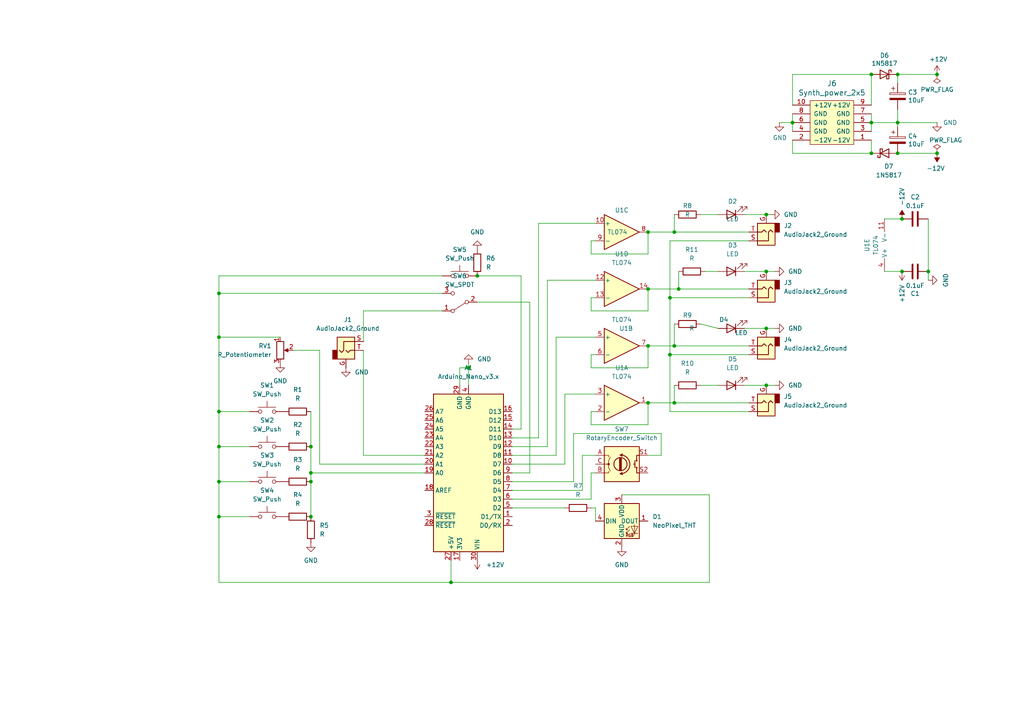
<source format=kicad_sch>
(kicad_sch (version 20210621) (generator eeschema)

  (uuid 0ffbb04c-4ceb-4595-b9b9-f29f2a5bacdf)

  (paper "A4")

  (lib_symbols
    (symbol "Amplifier_Operational:TL074" (pin_names (offset 0.127)) (in_bom yes) (on_board yes)
      (property "Reference" "U" (id 0) (at 0 5.08 0)
        (effects (font (size 1.27 1.27)) (justify left))
      )
      (property "Value" "TL074" (id 1) (at 0 -5.08 0)
        (effects (font (size 1.27 1.27)) (justify left))
      )
      (property "Footprint" "" (id 2) (at -1.27 2.54 0)
        (effects (font (size 1.27 1.27)) hide)
      )
      (property "Datasheet" "http://www.ti.com/lit/ds/symlink/tl071.pdf" (id 3) (at 1.27 5.08 0)
        (effects (font (size 1.27 1.27)) hide)
      )
      (property "ki_locked" "" (id 4) (at 0 0 0)
        (effects (font (size 1.27 1.27)))
      )
      (property "ki_keywords" "quad opamp" (id 5) (at 0 0 0)
        (effects (font (size 1.27 1.27)) hide)
      )
      (property "ki_description" "Quad Low-Noise JFET-Input Operational Amplifiers, DIP-14/SOIC-14" (id 6) (at 0 0 0)
        (effects (font (size 1.27 1.27)) hide)
      )
      (property "ki_fp_filters" "SOIC*3.9x8.7mm*P1.27mm* DIP*W7.62mm* TSSOP*4.4x5mm*P0.65mm* SSOP*5.3x6.2mm*P0.65mm* MSOP*3x3mm*P0.5mm*" (id 7) (at 0 0 0)
        (effects (font (size 1.27 1.27)) hide)
      )
      (symbol "TL074_1_1"
        (polyline
          (pts
            (xy -5.08 5.08)
            (xy 5.08 0)
            (xy -5.08 -5.08)
            (xy -5.08 5.08)
          )
          (stroke (width 0.254) (type default) (color 0 0 0 0))
          (fill (type background))
        )
        (pin output line (at 7.62 0 180) (length 2.54)
          (name "~" (effects (font (size 1.27 1.27))))
          (number "1" (effects (font (size 1.27 1.27))))
        )
        (pin input line (at -7.62 -2.54 0) (length 2.54)
          (name "-" (effects (font (size 1.27 1.27))))
          (number "2" (effects (font (size 1.27 1.27))))
        )
        (pin input line (at -7.62 2.54 0) (length 2.54)
          (name "+" (effects (font (size 1.27 1.27))))
          (number "3" (effects (font (size 1.27 1.27))))
        )
      )
      (symbol "TL074_2_1"
        (polyline
          (pts
            (xy -5.08 5.08)
            (xy 5.08 0)
            (xy -5.08 -5.08)
            (xy -5.08 5.08)
          )
          (stroke (width 0.254) (type default) (color 0 0 0 0))
          (fill (type background))
        )
        (pin input line (at -7.62 2.54 0) (length 2.54)
          (name "+" (effects (font (size 1.27 1.27))))
          (number "5" (effects (font (size 1.27 1.27))))
        )
        (pin input line (at -7.62 -2.54 0) (length 2.54)
          (name "-" (effects (font (size 1.27 1.27))))
          (number "6" (effects (font (size 1.27 1.27))))
        )
        (pin output line (at 7.62 0 180) (length 2.54)
          (name "~" (effects (font (size 1.27 1.27))))
          (number "7" (effects (font (size 1.27 1.27))))
        )
      )
      (symbol "TL074_3_1"
        (polyline
          (pts
            (xy -5.08 5.08)
            (xy 5.08 0)
            (xy -5.08 -5.08)
            (xy -5.08 5.08)
          )
          (stroke (width 0.254) (type default) (color 0 0 0 0))
          (fill (type background))
        )
        (pin input line (at -7.62 2.54 0) (length 2.54)
          (name "+" (effects (font (size 1.27 1.27))))
          (number "10" (effects (font (size 1.27 1.27))))
        )
        (pin output line (at 7.62 0 180) (length 2.54)
          (name "~" (effects (font (size 1.27 1.27))))
          (number "8" (effects (font (size 1.27 1.27))))
        )
        (pin input line (at -7.62 -2.54 0) (length 2.54)
          (name "-" (effects (font (size 1.27 1.27))))
          (number "9" (effects (font (size 1.27 1.27))))
        )
      )
      (symbol "TL074_4_1"
        (polyline
          (pts
            (xy -5.08 5.08)
            (xy 5.08 0)
            (xy -5.08 -5.08)
            (xy -5.08 5.08)
          )
          (stroke (width 0.254) (type default) (color 0 0 0 0))
          (fill (type background))
        )
        (pin input line (at -7.62 2.54 0) (length 2.54)
          (name "+" (effects (font (size 1.27 1.27))))
          (number "12" (effects (font (size 1.27 1.27))))
        )
        (pin input line (at -7.62 -2.54 0) (length 2.54)
          (name "-" (effects (font (size 1.27 1.27))))
          (number "13" (effects (font (size 1.27 1.27))))
        )
        (pin output line (at 7.62 0 180) (length 2.54)
          (name "~" (effects (font (size 1.27 1.27))))
          (number "14" (effects (font (size 1.27 1.27))))
        )
      )
      (symbol "TL074_5_1"
        (pin power_in line (at -2.54 -7.62 90) (length 3.81)
          (name "V-" (effects (font (size 1.27 1.27))))
          (number "11" (effects (font (size 1.27 1.27))))
        )
        (pin power_in line (at -2.54 7.62 270) (length 3.81)
          (name "V+" (effects (font (size 1.27 1.27))))
          (number "4" (effects (font (size 1.27 1.27))))
        )
      )
    )
    (symbol "Connector:AudioJack2_Ground" (in_bom yes) (on_board yes)
      (property "Reference" "J" (id 0) (at 0 8.89 0)
        (effects (font (size 1.27 1.27)))
      )
      (property "Value" "AudioJack2_Ground" (id 1) (at 0 6.35 0)
        (effects (font (size 1.27 1.27)))
      )
      (property "Footprint" "" (id 2) (at 0 0 0)
        (effects (font (size 1.27 1.27)) hide)
      )
      (property "Datasheet" "~" (id 3) (at 0 0 0)
        (effects (font (size 1.27 1.27)) hide)
      )
      (property "ki_keywords" "audio jack receptacle mono phone headphone TS connector" (id 4) (at 0 0 0)
        (effects (font (size 1.27 1.27)) hide)
      )
      (property "ki_description" "Audio Jack, 2 Poles (Mono / TS), Grounded Sleeve" (id 5) (at 0 0 0)
        (effects (font (size 1.27 1.27)) hide)
      )
      (property "ki_fp_filters" "Jack*" (id 6) (at 0 0 0)
        (effects (font (size 1.27 1.27)) hide)
      )
      (symbol "AudioJack2_Ground_0_1"
        (rectangle (start -2.54 -2.54) (end -3.81 0)
          (stroke (width 0.254) (type default) (color 0 0 0 0))
          (fill (type outline))
        )
        (polyline
          (pts
            (xy 0 0)
            (xy 0.635 -0.635)
            (xy 1.27 0)
            (xy 2.54 0)
          )
          (stroke (width 0.254) (type default) (color 0 0 0 0))
          (fill (type none))
        )
        (polyline
          (pts
            (xy 2.54 2.54)
            (xy -0.635 2.54)
            (xy -0.635 0)
            (xy -1.27 -0.635)
            (xy -1.905 0)
          )
          (stroke (width 0.254) (type default) (color 0 0 0 0))
          (fill (type none))
        )
        (rectangle (start 2.54 3.81) (end -2.54 -2.54)
          (stroke (width 0.254) (type default) (color 0 0 0 0))
          (fill (type background))
        )
      )
      (symbol "AudioJack2_Ground_1_1"
        (pin passive line (at 0 -5.08 90) (length 2.54)
          (name "~" (effects (font (size 1.27 1.27))))
          (number "G" (effects (font (size 1.27 1.27))))
        )
        (pin passive line (at 5.08 2.54 180) (length 2.54)
          (name "~" (effects (font (size 1.27 1.27))))
          (number "S" (effects (font (size 1.27 1.27))))
        )
        (pin passive line (at 5.08 0 180) (length 2.54)
          (name "~" (effects (font (size 1.27 1.27))))
          (number "T" (effects (font (size 1.27 1.27))))
        )
      )
    )
    (symbol "Device:LED" (pin_numbers hide) (pin_names (offset 1.016) hide) (in_bom yes) (on_board yes)
      (property "Reference" "D" (id 0) (at 0 2.54 0)
        (effects (font (size 1.27 1.27)))
      )
      (property "Value" "LED" (id 1) (at 0 -2.54 0)
        (effects (font (size 1.27 1.27)))
      )
      (property "Footprint" "" (id 2) (at 0 0 0)
        (effects (font (size 1.27 1.27)) hide)
      )
      (property "Datasheet" "~" (id 3) (at 0 0 0)
        (effects (font (size 1.27 1.27)) hide)
      )
      (property "ki_keywords" "LED diode" (id 4) (at 0 0 0)
        (effects (font (size 1.27 1.27)) hide)
      )
      (property "ki_description" "Light emitting diode" (id 5) (at 0 0 0)
        (effects (font (size 1.27 1.27)) hide)
      )
      (property "ki_fp_filters" "LED* LED_SMD:* LED_THT:*" (id 6) (at 0 0 0)
        (effects (font (size 1.27 1.27)) hide)
      )
      (symbol "LED_0_1"
        (polyline
          (pts
            (xy -1.27 -1.27)
            (xy -1.27 1.27)
          )
          (stroke (width 0.254) (type default) (color 0 0 0 0))
          (fill (type none))
        )
        (polyline
          (pts
            (xy -1.27 0)
            (xy 1.27 0)
          )
          (stroke (width 0) (type default) (color 0 0 0 0))
          (fill (type none))
        )
        (polyline
          (pts
            (xy 1.27 -1.27)
            (xy 1.27 1.27)
            (xy -1.27 0)
            (xy 1.27 -1.27)
          )
          (stroke (width 0.254) (type default) (color 0 0 0 0))
          (fill (type none))
        )
        (polyline
          (pts
            (xy -3.048 -0.762)
            (xy -4.572 -2.286)
            (xy -3.81 -2.286)
            (xy -4.572 -2.286)
            (xy -4.572 -1.524)
          )
          (stroke (width 0) (type default) (color 0 0 0 0))
          (fill (type none))
        )
        (polyline
          (pts
            (xy -1.778 -0.762)
            (xy -3.302 -2.286)
            (xy -2.54 -2.286)
            (xy -3.302 -2.286)
            (xy -3.302 -1.524)
          )
          (stroke (width 0) (type default) (color 0 0 0 0))
          (fill (type none))
        )
      )
      (symbol "LED_1_1"
        (pin passive line (at -3.81 0 0) (length 2.54)
          (name "K" (effects (font (size 1.27 1.27))))
          (number "1" (effects (font (size 1.27 1.27))))
        )
        (pin passive line (at 3.81 0 180) (length 2.54)
          (name "A" (effects (font (size 1.27 1.27))))
          (number "2" (effects (font (size 1.27 1.27))))
        )
      )
    )
    (symbol "Device:R" (pin_numbers hide) (pin_names (offset 0)) (in_bom yes) (on_board yes)
      (property "Reference" "R" (id 0) (at 2.032 0 90)
        (effects (font (size 1.27 1.27)))
      )
      (property "Value" "R" (id 1) (at 0 0 90)
        (effects (font (size 1.27 1.27)))
      )
      (property "Footprint" "" (id 2) (at -1.778 0 90)
        (effects (font (size 1.27 1.27)) hide)
      )
      (property "Datasheet" "~" (id 3) (at 0 0 0)
        (effects (font (size 1.27 1.27)) hide)
      )
      (property "ki_keywords" "R res resistor" (id 4) (at 0 0 0)
        (effects (font (size 1.27 1.27)) hide)
      )
      (property "ki_description" "Resistor" (id 5) (at 0 0 0)
        (effects (font (size 1.27 1.27)) hide)
      )
      (property "ki_fp_filters" "R_*" (id 6) (at 0 0 0)
        (effects (font (size 1.27 1.27)) hide)
      )
      (symbol "R_0_1"
        (rectangle (start -1.016 -2.54) (end 1.016 2.54)
          (stroke (width 0.254) (type default) (color 0 0 0 0))
          (fill (type none))
        )
      )
      (symbol "R_1_1"
        (pin passive line (at 0 3.81 270) (length 1.27)
          (name "~" (effects (font (size 1.27 1.27))))
          (number "1" (effects (font (size 1.27 1.27))))
        )
        (pin passive line (at 0 -3.81 90) (length 1.27)
          (name "~" (effects (font (size 1.27 1.27))))
          (number "2" (effects (font (size 1.27 1.27))))
        )
      )
    )
    (symbol "Device:R_Potentiometer" (pin_names (offset 1.016) hide) (in_bom yes) (on_board yes)
      (property "Reference" "RV" (id 0) (at -4.445 0 90)
        (effects (font (size 1.27 1.27)))
      )
      (property "Value" "R_Potentiometer" (id 1) (at -2.54 0 90)
        (effects (font (size 1.27 1.27)))
      )
      (property "Footprint" "" (id 2) (at 0 0 0)
        (effects (font (size 1.27 1.27)) hide)
      )
      (property "Datasheet" "~" (id 3) (at 0 0 0)
        (effects (font (size 1.27 1.27)) hide)
      )
      (property "ki_keywords" "resistor variable" (id 4) (at 0 0 0)
        (effects (font (size 1.27 1.27)) hide)
      )
      (property "ki_description" "Potentiometer" (id 5) (at 0 0 0)
        (effects (font (size 1.27 1.27)) hide)
      )
      (property "ki_fp_filters" "Potentiometer*" (id 6) (at 0 0 0)
        (effects (font (size 1.27 1.27)) hide)
      )
      (symbol "R_Potentiometer_0_1"
        (polyline
          (pts
            (xy 2.54 0)
            (xy 1.524 0)
          )
          (stroke (width 0) (type default) (color 0 0 0 0))
          (fill (type none))
        )
        (polyline
          (pts
            (xy 1.143 0)
            (xy 2.286 0.508)
            (xy 2.286 -0.508)
            (xy 1.143 0)
          )
          (stroke (width 0) (type default) (color 0 0 0 0))
          (fill (type outline))
        )
        (rectangle (start 1.016 2.54) (end -1.016 -2.54)
          (stroke (width 0.254) (type default) (color 0 0 0 0))
          (fill (type none))
        )
      )
      (symbol "R_Potentiometer_1_1"
        (pin passive line (at 0 3.81 270) (length 1.27)
          (name "1" (effects (font (size 1.27 1.27))))
          (number "1" (effects (font (size 1.27 1.27))))
        )
        (pin passive line (at 3.81 0 180) (length 1.27)
          (name "2" (effects (font (size 1.27 1.27))))
          (number "2" (effects (font (size 1.27 1.27))))
        )
        (pin passive line (at 0 -3.81 90) (length 1.27)
          (name "3" (effects (font (size 1.27 1.27))))
          (number "3" (effects (font (size 1.27 1.27))))
        )
      )
    )
    (symbol "Device:RotaryEncoder_Switch" (pin_names (offset 0.254) hide) (in_bom yes) (on_board yes)
      (property "Reference" "SW" (id 0) (at 0 6.604 0)
        (effects (font (size 1.27 1.27)))
      )
      (property "Value" "RotaryEncoder_Switch" (id 1) (at 0 -6.604 0)
        (effects (font (size 1.27 1.27)))
      )
      (property "Footprint" "" (id 2) (at -3.81 4.064 0)
        (effects (font (size 1.27 1.27)) hide)
      )
      (property "Datasheet" "~" (id 3) (at 0 6.604 0)
        (effects (font (size 1.27 1.27)) hide)
      )
      (property "ki_keywords" "rotary switch encoder switch push button" (id 4) (at 0 0 0)
        (effects (font (size 1.27 1.27)) hide)
      )
      (property "ki_description" "Rotary encoder, dual channel, incremental quadrate outputs, with switch" (id 5) (at 0 0 0)
        (effects (font (size 1.27 1.27)) hide)
      )
      (property "ki_fp_filters" "RotaryEncoder*Switch*" (id 6) (at 0 0 0)
        (effects (font (size 1.27 1.27)) hide)
      )
      (symbol "RotaryEncoder_Switch_0_1"
        (rectangle (start -5.08 5.08) (end 5.08 -5.08)
          (stroke (width 0.254) (type default) (color 0 0 0 0))
          (fill (type background))
        )
        (circle (center -3.81 0) (radius 0.254)           (stroke (width 0) (type default) (color 0 0 0 0))
          (fill (type outline))
        )
        (arc (start -0.381 -2.794) (mid 2.3622 -0.0635) (end -0.381 2.667)
          (stroke (width 0.254) (type default) (color 0 0 0 0))
          (fill (type none))
        )
        (circle (center -0.381 0) (radius 1.905)           (stroke (width 0.254) (type default) (color 0 0 0 0))
          (fill (type none))
        )
        (polyline
          (pts
            (xy -0.635 -1.778)
            (xy -0.635 1.778)
          )
          (stroke (width 0.254) (type default) (color 0 0 0 0))
          (fill (type none))
        )
        (polyline
          (pts
            (xy -0.381 -1.778)
            (xy -0.381 1.778)
          )
          (stroke (width 0.254) (type default) (color 0 0 0 0))
          (fill (type none))
        )
        (polyline
          (pts
            (xy -0.127 1.778)
            (xy -0.127 -1.778)
          )
          (stroke (width 0.254) (type default) (color 0 0 0 0))
          (fill (type none))
        )
        (polyline
          (pts
            (xy 3.81 0)
            (xy 3.429 0)
          )
          (stroke (width 0.254) (type default) (color 0 0 0 0))
          (fill (type none))
        )
        (polyline
          (pts
            (xy 3.81 1.016)
            (xy 3.81 -1.016)
          )
          (stroke (width 0.254) (type default) (color 0 0 0 0))
          (fill (type none))
        )
        (polyline
          (pts
            (xy -5.08 -2.54)
            (xy -3.81 -2.54)
            (xy -3.81 -2.032)
          )
          (stroke (width 0) (type default) (color 0 0 0 0))
          (fill (type none))
        )
        (polyline
          (pts
            (xy -5.08 2.54)
            (xy -3.81 2.54)
            (xy -3.81 2.032)
          )
          (stroke (width 0) (type default) (color 0 0 0 0))
          (fill (type none))
        )
        (polyline
          (pts
            (xy 0.254 -3.048)
            (xy -0.508 -2.794)
            (xy 0.127 -2.413)
          )
          (stroke (width 0.254) (type default) (color 0 0 0 0))
          (fill (type none))
        )
        (polyline
          (pts
            (xy 0.254 2.921)
            (xy -0.508 2.667)
            (xy 0.127 2.286)
          )
          (stroke (width 0.254) (type default) (color 0 0 0 0))
          (fill (type none))
        )
        (polyline
          (pts
            (xy 5.08 -2.54)
            (xy 4.318 -2.54)
            (xy 4.318 -1.016)
          )
          (stroke (width 0.254) (type default) (color 0 0 0 0))
          (fill (type none))
        )
        (polyline
          (pts
            (xy 5.08 2.54)
            (xy 4.318 2.54)
            (xy 4.318 1.016)
          )
          (stroke (width 0.254) (type default) (color 0 0 0 0))
          (fill (type none))
        )
        (polyline
          (pts
            (xy -5.08 0)
            (xy -3.81 0)
            (xy -3.81 -1.016)
            (xy -3.302 -2.032)
          )
          (stroke (width 0) (type default) (color 0 0 0 0))
          (fill (type none))
        )
        (polyline
          (pts
            (xy -4.318 0)
            (xy -3.81 0)
            (xy -3.81 1.016)
            (xy -3.302 2.032)
          )
          (stroke (width 0) (type default) (color 0 0 0 0))
          (fill (type none))
        )
        (circle (center 4.318 -1.016) (radius 0.127)           (stroke (width 0.254) (type default) (color 0 0 0 0))
          (fill (type none))
        )
        (circle (center 4.318 1.016) (radius 0.127)           (stroke (width 0.254) (type default) (color 0 0 0 0))
          (fill (type none))
        )
      )
      (symbol "RotaryEncoder_Switch_1_1"
        (pin passive line (at -7.62 2.54 0) (length 2.54)
          (name "A" (effects (font (size 1.27 1.27))))
          (number "A" (effects (font (size 1.27 1.27))))
        )
        (pin passive line (at -7.62 -2.54 0) (length 2.54)
          (name "B" (effects (font (size 1.27 1.27))))
          (number "B" (effects (font (size 1.27 1.27))))
        )
        (pin passive line (at -7.62 0 0) (length 2.54)
          (name "C" (effects (font (size 1.27 1.27))))
          (number "C" (effects (font (size 1.27 1.27))))
        )
        (pin passive line (at 7.62 2.54 180) (length 2.54)
          (name "S1" (effects (font (size 1.27 1.27))))
          (number "S1" (effects (font (size 1.27 1.27))))
        )
        (pin passive line (at 7.62 -2.54 180) (length 2.54)
          (name "S2" (effects (font (size 1.27 1.27))))
          (number "S2" (effects (font (size 1.27 1.27))))
        )
      )
    )
    (symbol "LED:NeoPixel_THT" (pin_names (offset 0.254)) (in_bom yes) (on_board yes)
      (property "Reference" "D" (id 0) (at 5.08 5.715 0)
        (effects (font (size 1.27 1.27)) (justify right bottom))
      )
      (property "Value" "NeoPixel_THT" (id 1) (at 1.27 -5.715 0)
        (effects (font (size 1.27 1.27)) (justify left top))
      )
      (property "Footprint" "" (id 2) (at 1.27 -7.62 0)
        (effects (font (size 1.27 1.27)) (justify left top) hide)
      )
      (property "Datasheet" "https://www.adafruit.com/product/1938" (id 3) (at 2.54 -9.525 0)
        (effects (font (size 1.27 1.27)) (justify left top) hide)
      )
      (property "ki_keywords" "RGB LED NeoPixel addressable" (id 4) (at 0 0 0)
        (effects (font (size 1.27 1.27)) hide)
      )
      (property "ki_description" "RGB LED with integrated controller, 5mm/8mm LED package" (id 5) (at 0 0 0)
        (effects (font (size 1.27 1.27)) hide)
      )
      (property "ki_fp_filters" "LED*D5.0mm* LED*D8.0mm*" (id 6) (at 0 0 0)
        (effects (font (size 1.27 1.27)) hide)
      )
      (symbol "NeoPixel_THT_0_0"
        (text "RGB" (at 2.286 -4.191 0)
          (effects (font (size 0.762 0.762)))
        )
      )
      (symbol "NeoPixel_THT_0_1"
        (polyline
          (pts
            (xy 1.27 -3.556)
            (xy 1.778 -3.556)
          )
          (stroke (width 0) (type default) (color 0 0 0 0))
          (fill (type none))
        )
        (polyline
          (pts
            (xy 1.27 -2.54)
            (xy 1.778 -2.54)
          )
          (stroke (width 0) (type default) (color 0 0 0 0))
          (fill (type none))
        )
        (polyline
          (pts
            (xy 4.699 -3.556)
            (xy 2.667 -3.556)
          )
          (stroke (width 0) (type default) (color 0 0 0 0))
          (fill (type none))
        )
        (polyline
          (pts
            (xy 2.286 -2.54)
            (xy 1.27 -3.556)
            (xy 1.27 -3.048)
          )
          (stroke (width 0) (type default) (color 0 0 0 0))
          (fill (type none))
        )
        (polyline
          (pts
            (xy 2.286 -1.524)
            (xy 1.27 -2.54)
            (xy 1.27 -2.032)
          )
          (stroke (width 0) (type default) (color 0 0 0 0))
          (fill (type none))
        )
        (polyline
          (pts
            (xy 3.683 -1.016)
            (xy 3.683 -3.556)
            (xy 3.683 -4.064)
          )
          (stroke (width 0) (type default) (color 0 0 0 0))
          (fill (type none))
        )
        (polyline
          (pts
            (xy 4.699 -1.524)
            (xy 2.667 -1.524)
            (xy 3.683 -3.556)
            (xy 4.699 -1.524)
          )
          (stroke (width 0) (type default) (color 0 0 0 0))
          (fill (type none))
        )
        (rectangle (start 5.08 5.08) (end -5.08 -5.08)
          (stroke (width 0.254) (type default) (color 0 0 0 0))
          (fill (type background))
        )
      )
      (symbol "NeoPixel_THT_1_1"
        (pin output line (at 7.62 0 180) (length 2.54)
          (name "DOUT" (effects (font (size 1.27 1.27))))
          (number "1" (effects (font (size 1.27 1.27))))
        )
        (pin power_in line (at 0 -7.62 90) (length 2.54)
          (name "GND" (effects (font (size 1.27 1.27))))
          (number "2" (effects (font (size 1.27 1.27))))
        )
        (pin power_in line (at 0 7.62 270) (length 2.54)
          (name "VDD" (effects (font (size 1.27 1.27))))
          (number "3" (effects (font (size 1.27 1.27))))
        )
        (pin input line (at -7.62 0 0) (length 2.54)
          (name "DIN" (effects (font (size 1.27 1.27))))
          (number "4" (effects (font (size 1.27 1.27))))
        )
      )
    )
    (symbol "MCU_Module:Arduino_Nano_v3.x" (in_bom yes) (on_board yes)
      (property "Reference" "A" (id 0) (at -10.16 23.495 0)
        (effects (font (size 1.27 1.27)) (justify left bottom))
      )
      (property "Value" "Arduino_Nano_v3.x" (id 1) (at 5.08 -24.13 0)
        (effects (font (size 1.27 1.27)) (justify left top))
      )
      (property "Footprint" "Module:Arduino_Nano" (id 2) (at 0 0 0)
        (effects (font (size 1.27 1.27) italic) hide)
      )
      (property "Datasheet" "http://www.mouser.com/pdfdocs/Gravitech_Arduino_Nano3_0.pdf" (id 3) (at 0 0 0)
        (effects (font (size 1.27 1.27)) hide)
      )
      (property "ki_keywords" "Arduino nano microcontroller module USB" (id 4) (at 0 0 0)
        (effects (font (size 1.27 1.27)) hide)
      )
      (property "ki_description" "Arduino Nano v3.x" (id 5) (at 0 0 0)
        (effects (font (size 1.27 1.27)) hide)
      )
      (property "ki_fp_filters" "Arduino*Nano*" (id 6) (at 0 0 0)
        (effects (font (size 1.27 1.27)) hide)
      )
      (symbol "Arduino_Nano_v3.x_0_1"
        (rectangle (start -10.16 22.86) (end 10.16 -22.86)
          (stroke (width 0.254) (type default) (color 0 0 0 0))
          (fill (type background))
        )
      )
      (symbol "Arduino_Nano_v3.x_1_1"
        (pin bidirectional line (at -12.7 12.7 0) (length 2.54)
          (name "D1/TX" (effects (font (size 1.27 1.27))))
          (number "1" (effects (font (size 1.27 1.27))))
        )
        (pin bidirectional line (at -12.7 -2.54 0) (length 2.54)
          (name "D7" (effects (font (size 1.27 1.27))))
          (number "10" (effects (font (size 1.27 1.27))))
        )
        (pin bidirectional line (at -12.7 -5.08 0) (length 2.54)
          (name "D8" (effects (font (size 1.27 1.27))))
          (number "11" (effects (font (size 1.27 1.27))))
        )
        (pin bidirectional line (at -12.7 -7.62 0) (length 2.54)
          (name "D9" (effects (font (size 1.27 1.27))))
          (number "12" (effects (font (size 1.27 1.27))))
        )
        (pin bidirectional line (at -12.7 -10.16 0) (length 2.54)
          (name "D10" (effects (font (size 1.27 1.27))))
          (number "13" (effects (font (size 1.27 1.27))))
        )
        (pin bidirectional line (at -12.7 -12.7 0) (length 2.54)
          (name "D11" (effects (font (size 1.27 1.27))))
          (number "14" (effects (font (size 1.27 1.27))))
        )
        (pin bidirectional line (at -12.7 -15.24 0) (length 2.54)
          (name "D12" (effects (font (size 1.27 1.27))))
          (number "15" (effects (font (size 1.27 1.27))))
        )
        (pin bidirectional line (at -12.7 -17.78 0) (length 2.54)
          (name "D13" (effects (font (size 1.27 1.27))))
          (number "16" (effects (font (size 1.27 1.27))))
        )
        (pin power_out line (at 2.54 25.4 270) (length 2.54)
          (name "3V3" (effects (font (size 1.27 1.27))))
          (number "17" (effects (font (size 1.27 1.27))))
        )
        (pin input line (at 12.7 5.08 180) (length 2.54)
          (name "AREF" (effects (font (size 1.27 1.27))))
          (number "18" (effects (font (size 1.27 1.27))))
        )
        (pin bidirectional line (at 12.7 0 180) (length 2.54)
          (name "A0" (effects (font (size 1.27 1.27))))
          (number "19" (effects (font (size 1.27 1.27))))
        )
        (pin bidirectional line (at -12.7 15.24 0) (length 2.54)
          (name "D0/RX" (effects (font (size 1.27 1.27))))
          (number "2" (effects (font (size 1.27 1.27))))
        )
        (pin bidirectional line (at 12.7 -2.54 180) (length 2.54)
          (name "A1" (effects (font (size 1.27 1.27))))
          (number "20" (effects (font (size 1.27 1.27))))
        )
        (pin bidirectional line (at 12.7 -5.08 180) (length 2.54)
          (name "A2" (effects (font (size 1.27 1.27))))
          (number "21" (effects (font (size 1.27 1.27))))
        )
        (pin bidirectional line (at 12.7 -7.62 180) (length 2.54)
          (name "A3" (effects (font (size 1.27 1.27))))
          (number "22" (effects (font (size 1.27 1.27))))
        )
        (pin bidirectional line (at 12.7 -10.16 180) (length 2.54)
          (name "A4" (effects (font (size 1.27 1.27))))
          (number "23" (effects (font (size 1.27 1.27))))
        )
        (pin bidirectional line (at 12.7 -12.7 180) (length 2.54)
          (name "A5" (effects (font (size 1.27 1.27))))
          (number "24" (effects (font (size 1.27 1.27))))
        )
        (pin bidirectional line (at 12.7 -15.24 180) (length 2.54)
          (name "A6" (effects (font (size 1.27 1.27))))
          (number "25" (effects (font (size 1.27 1.27))))
        )
        (pin bidirectional line (at 12.7 -17.78 180) (length 2.54)
          (name "A7" (effects (font (size 1.27 1.27))))
          (number "26" (effects (font (size 1.27 1.27))))
        )
        (pin power_out line (at 5.08 25.4 270) (length 2.54)
          (name "+5V" (effects (font (size 1.27 1.27))))
          (number "27" (effects (font (size 1.27 1.27))))
        )
        (pin input line (at 12.7 15.24 180) (length 2.54)
          (name "~{RESET}" (effects (font (size 1.27 1.27))))
          (number "28" (effects (font (size 1.27 1.27))))
        )
        (pin power_in line (at 2.54 -25.4 90) (length 2.54)
          (name "GND" (effects (font (size 1.27 1.27))))
          (number "29" (effects (font (size 1.27 1.27))))
        )
        (pin input line (at 12.7 12.7 180) (length 2.54)
          (name "~{RESET}" (effects (font (size 1.27 1.27))))
          (number "3" (effects (font (size 1.27 1.27))))
        )
        (pin power_in line (at -2.54 25.4 270) (length 2.54)
          (name "VIN" (effects (font (size 1.27 1.27))))
          (number "30" (effects (font (size 1.27 1.27))))
        )
        (pin power_in line (at 0 -25.4 90) (length 2.54)
          (name "GND" (effects (font (size 1.27 1.27))))
          (number "4" (effects (font (size 1.27 1.27))))
        )
        (pin bidirectional line (at -12.7 10.16 0) (length 2.54)
          (name "D2" (effects (font (size 1.27 1.27))))
          (number "5" (effects (font (size 1.27 1.27))))
        )
        (pin bidirectional line (at -12.7 7.62 0) (length 2.54)
          (name "D3" (effects (font (size 1.27 1.27))))
          (number "6" (effects (font (size 1.27 1.27))))
        )
        (pin bidirectional line (at -12.7 5.08 0) (length 2.54)
          (name "D4" (effects (font (size 1.27 1.27))))
          (number "7" (effects (font (size 1.27 1.27))))
        )
        (pin bidirectional line (at -12.7 2.54 0) (length 2.54)
          (name "D5" (effects (font (size 1.27 1.27))))
          (number "8" (effects (font (size 1.27 1.27))))
        )
        (pin bidirectional line (at -12.7 0 0) (length 2.54)
          (name "D6" (effects (font (size 1.27 1.27))))
          (number "9" (effects (font (size 1.27 1.27))))
        )
      )
    )
    (symbol "Switch:SW_Push" (pin_numbers hide) (pin_names (offset 1.016) hide) (in_bom yes) (on_board yes)
      (property "Reference" "SW" (id 0) (at 1.27 2.54 0)
        (effects (font (size 1.27 1.27)) (justify left))
      )
      (property "Value" "SW_Push" (id 1) (at 0 -1.524 0)
        (effects (font (size 1.27 1.27)))
      )
      (property "Footprint" "" (id 2) (at 0 5.08 0)
        (effects (font (size 1.27 1.27)) hide)
      )
      (property "Datasheet" "~" (id 3) (at 0 5.08 0)
        (effects (font (size 1.27 1.27)) hide)
      )
      (property "ki_keywords" "switch normally-open pushbutton push-button" (id 4) (at 0 0 0)
        (effects (font (size 1.27 1.27)) hide)
      )
      (property "ki_description" "Push button switch, generic, two pins" (id 5) (at 0 0 0)
        (effects (font (size 1.27 1.27)) hide)
      )
      (symbol "SW_Push_0_1"
        (circle (center -2.032 0) (radius 0.508)           (stroke (width 0) (type default) (color 0 0 0 0))
          (fill (type none))
        )
        (polyline
          (pts
            (xy 0 1.27)
            (xy 0 3.048)
          )
          (stroke (width 0) (type default) (color 0 0 0 0))
          (fill (type none))
        )
        (polyline
          (pts
            (xy 2.54 1.27)
            (xy -2.54 1.27)
          )
          (stroke (width 0) (type default) (color 0 0 0 0))
          (fill (type none))
        )
        (circle (center 2.032 0) (radius 0.508)           (stroke (width 0) (type default) (color 0 0 0 0))
          (fill (type none))
        )
        (pin passive line (at -5.08 0 0) (length 2.54)
          (name "1" (effects (font (size 1.27 1.27))))
          (number "1" (effects (font (size 1.27 1.27))))
        )
        (pin passive line (at 5.08 0 180) (length 2.54)
          (name "2" (effects (font (size 1.27 1.27))))
          (number "2" (effects (font (size 1.27 1.27))))
        )
      )
    )
    (symbol "Switch:SW_SPDT" (pin_names (offset 0) hide) (in_bom yes) (on_board yes)
      (property "Reference" "SW" (id 0) (at 0 4.318 0)
        (effects (font (size 1.27 1.27)))
      )
      (property "Value" "SW_SPDT" (id 1) (at 0 -5.08 0)
        (effects (font (size 1.27 1.27)))
      )
      (property "Footprint" "" (id 2) (at 0 0 0)
        (effects (font (size 1.27 1.27)) hide)
      )
      (property "Datasheet" "~" (id 3) (at 0 0 0)
        (effects (font (size 1.27 1.27)) hide)
      )
      (property "ki_keywords" "switch single-pole double-throw spdt ON-ON" (id 4) (at 0 0 0)
        (effects (font (size 1.27 1.27)) hide)
      )
      (property "ki_description" "Switch, single pole double throw" (id 5) (at 0 0 0)
        (effects (font (size 1.27 1.27)) hide)
      )
      (symbol "SW_SPDT_0_0"
        (circle (center -2.032 0) (radius 0.508)           (stroke (width 0) (type default) (color 0 0 0 0))
          (fill (type none))
        )
        (circle (center 2.032 -2.54) (radius 0.508)           (stroke (width 0) (type default) (color 0 0 0 0))
          (fill (type none))
        )
      )
      (symbol "SW_SPDT_0_1"
        (polyline
          (pts
            (xy -1.524 0.254)
            (xy 1.651 2.286)
          )
          (stroke (width 0) (type default) (color 0 0 0 0))
          (fill (type none))
        )
        (circle (center 2.032 2.54) (radius 0.508)           (stroke (width 0) (type default) (color 0 0 0 0))
          (fill (type none))
        )
      )
      (symbol "SW_SPDT_1_1"
        (pin passive line (at 5.08 2.54 180) (length 2.54)
          (name "A" (effects (font (size 1.27 1.27))))
          (number "1" (effects (font (size 1.27 1.27))))
        )
        (pin passive line (at -5.08 0 0) (length 2.54)
          (name "B" (effects (font (size 1.27 1.27))))
          (number "2" (effects (font (size 1.27 1.27))))
        )
        (pin passive line (at 5.08 -2.54 180) (length 2.54)
          (name "C" (effects (font (size 1.27 1.27))))
          (number "3" (effects (font (size 1.27 1.27))))
        )
      )
    )
    (symbol "ao_symbols:1N5817" (pin_numbers hide) (pin_names (offset 1.016) hide) (in_bom yes) (on_board yes)
      (property "Reference" "D" (id 0) (at 0 2.54 0)
        (effects (font (size 1.27 1.27)))
      )
      (property "Value" "ao_symbols_1N5817" (id 1) (at 0 -2.54 0)
        (effects (font (size 1.27 1.27)))
      )
      (property "Footprint" "ao_tht:D_DO-41_SOD81_P10.16mm_Horizontal" (id 2) (at 0 -4.445 0)
        (effects (font (size 1.27 1.27)) hide)
      )
      (property "Datasheet" "" (id 3) (at 0 0 0)
        (effects (font (size 1.27 1.27)) hide)
      )
      (property "Vendor" "Tayda" (id 4) (at 0 0 0)
        (effects (font (size 1.27 1.27)) hide)
      )
      (property "SKU" "A-159" (id 5) (at 0 0 0)
        (effects (font (size 1.27 1.27)) hide)
      )
      (property "ki_fp_filters" "D*DO?41*" (id 6) (at 0 0 0)
        (effects (font (size 1.27 1.27)) hide)
      )
      (symbol "1N5817_0_1"
        (polyline
          (pts
            (xy 1.27 0)
            (xy -1.27 0)
          )
          (stroke (width 0) (type default) (color 0 0 0 0))
          (fill (type none))
        )
        (polyline
          (pts
            (xy 1.27 1.27)
            (xy 1.27 -1.27)
            (xy -1.27 0)
            (xy 1.27 1.27)
          )
          (stroke (width 0.254) (type default) (color 0 0 0 0))
          (fill (type none))
        )
        (polyline
          (pts
            (xy -1.905 0.635)
            (xy -1.905 1.27)
            (xy -1.27 1.27)
            (xy -1.27 -1.27)
            (xy -0.635 -1.27)
            (xy -0.635 -0.635)
          )
          (stroke (width 0.254) (type default) (color 0 0 0 0))
          (fill (type none))
        )
      )
      (symbol "1N5817_1_1"
        (pin passive line (at -3.81 0 0) (length 2.54)
          (name "K" (effects (font (size 1.27 1.27))))
          (number "1" (effects (font (size 1.27 1.27))))
        )
        (pin passive line (at 3.81 0 180) (length 2.54)
          (name "A" (effects (font (size 1.27 1.27))))
          (number "2" (effects (font (size 1.27 1.27))))
        )
      )
    )
    (symbol "ao_symbols:C" (pin_numbers hide) (pin_names (offset 0.254)) (in_bom yes) (on_board yes)
      (property "Reference" "C" (id 0) (at 0.635 2.54 0)
        (effects (font (size 1.27 1.27)) (justify left))
      )
      (property "Value" "ao_symbols_C" (id 1) (at 0.635 -2.54 0)
        (effects (font (size 1.27 1.27)) (justify left))
      )
      (property "Footprint" "ao_tht:C_Disc_D3.0mm_W1.6mm_P2.50mm" (id 2) (at 0.9652 -3.81 0)
        (effects (font (size 1.27 1.27)) hide)
      )
      (property "Datasheet" "" (id 3) (at 0 0 0)
        (effects (font (size 1.27 1.27)) hide)
      )
      (property "ki_fp_filters" "C_*" (id 4) (at 0 0 0)
        (effects (font (size 1.27 1.27)) hide)
      )
      (symbol "C_0_1"
        (polyline
          (pts
            (xy -2.032 -0.762)
            (xy 2.032 -0.762)
          )
          (stroke (width 0.508) (type default) (color 0 0 0 0))
          (fill (type none))
        )
        (polyline
          (pts
            (xy -2.032 0.762)
            (xy 2.032 0.762)
          )
          (stroke (width 0.508) (type default) (color 0 0 0 0))
          (fill (type none))
        )
      )
      (symbol "C_1_1"
        (pin passive line (at 0 3.81 270) (length 2.794)
          (name "~" (effects (font (size 1.27 1.27))))
          (number "1" (effects (font (size 1.27 1.27))))
        )
        (pin passive line (at 0 -3.81 90) (length 2.794)
          (name "~" (effects (font (size 1.27 1.27))))
          (number "2" (effects (font (size 1.27 1.27))))
        )
      )
    )
    (symbol "ao_symbols:CP" (pin_numbers hide) (pin_names (offset 0.254)) (in_bom yes) (on_board yes)
      (property "Reference" "C" (id 0) (at 0.635 2.54 0)
        (effects (font (size 1.27 1.27)) (justify left))
      )
      (property "Value" "ao_symbols_CP" (id 1) (at 0.635 -2.54 0)
        (effects (font (size 1.27 1.27)) (justify left))
      )
      (property "Footprint" "ao_tht:CP_Radial_D6.3mm_P2.50mm" (id 2) (at 0.9652 -3.81 0)
        (effects (font (size 1.27 1.27)) hide)
      )
      (property "Datasheet" "" (id 3) (at 0 0 0)
        (effects (font (size 1.27 1.27)) hide)
      )
      (property "ki_fp_filters" "CP_*" (id 4) (at 0 0 0)
        (effects (font (size 1.27 1.27)) hide)
      )
      (symbol "CP_0_1"
        (rectangle (start -2.286 0.508) (end 2.286 1.016)
          (stroke (width 0) (type default) (color 0 0 0 0))
          (fill (type none))
        )
        (polyline
          (pts
            (xy -1.778 2.286)
            (xy -0.762 2.286)
          )
          (stroke (width 0) (type default) (color 0 0 0 0))
          (fill (type none))
        )
        (polyline
          (pts
            (xy -1.27 2.794)
            (xy -1.27 1.778)
          )
          (stroke (width 0) (type default) (color 0 0 0 0))
          (fill (type none))
        )
        (rectangle (start 2.286 -0.508) (end -2.286 -1.016)
          (stroke (width 0) (type default) (color 0 0 0 0))
          (fill (type outline))
        )
      )
      (symbol "CP_1_1"
        (pin passive line (at 0 3.81 270) (length 2.794)
          (name "~" (effects (font (size 1.27 1.27))))
          (number "1" (effects (font (size 1.27 1.27))))
        )
        (pin passive line (at 0 -3.81 90) (length 2.794)
          (name "~" (effects (font (size 1.27 1.27))))
          (number "2" (effects (font (size 1.27 1.27))))
        )
      )
    )
    (symbol "ao_symbols:Synth_power_2x5" (pin_names (offset 1.016)) (in_bom yes) (on_board yes)
      (property "Reference" "J" (id 0) (at 0 -7.62 0)
        (effects (font (size 1.524 1.524)))
      )
      (property "Value" "ao_symbols_Synth_power_2x5" (id 1) (at 0 7.62 0)
        (effects (font (size 1.524 1.524)))
      )
      (property "Footprint" "ao_tht:Power_Header" (id 2) (at 0 0 0)
        (effects (font (size 1.524 1.524)) hide)
      )
      (property "Datasheet" "" (id 3) (at 0 0 0)
        (effects (font (size 1.524 1.524)) hide)
      )
      (property "Vendor" "Tayda" (id 4) (at 0 0 0)
        (effects (font (size 1.27 1.27)) hide)
      )
      (property "SKU" "A-2939" (id 5) (at 0 0 0)
        (effects (font (size 1.27 1.27)) hide)
      )
      (symbol "Synth_power_2x5_0_1"
        (rectangle (start -6.35 6.35) (end 6.35 -6.35)
          (stroke (width 0) (type default) (color 0 0 0 0))
          (fill (type background))
        )
      )
      (symbol "Synth_power_2x5_1_1"
        (pin power_out line (at 11.43 -5.08 180) (length 5.08)
          (name "-12V" (effects (font (size 1.27 1.27))))
          (number "1" (effects (font (size 1.27 1.27))))
        )
        (pin passive line (at -11.43 5.08 0) (length 5.08)
          (name "+12V" (effects (font (size 1.27 1.27))))
          (number "10" (effects (font (size 1.27 1.27))))
        )
        (pin passive line (at -11.43 -5.08 0) (length 5.08)
          (name "-12V" (effects (font (size 1.27 1.27))))
          (number "2" (effects (font (size 1.27 1.27))))
        )
        (pin power_out line (at 11.43 -2.54 180) (length 5.08)
          (name "GND" (effects (font (size 1.27 1.27))))
          (number "3" (effects (font (size 1.27 1.27))))
        )
        (pin passive line (at -11.43 -2.54 0) (length 5.08)
          (name "GND" (effects (font (size 1.27 1.27))))
          (number "4" (effects (font (size 1.27 1.27))))
        )
        (pin passive line (at 11.43 0 180) (length 5.08)
          (name "GND" (effects (font (size 1.27 1.27))))
          (number "5" (effects (font (size 1.27 1.27))))
        )
        (pin passive line (at -11.43 0 0) (length 5.08)
          (name "GND" (effects (font (size 1.27 1.27))))
          (number "6" (effects (font (size 1.27 1.27))))
        )
        (pin passive line (at 11.43 2.54 180) (length 5.08)
          (name "GND" (effects (font (size 1.27 1.27))))
          (number "7" (effects (font (size 1.27 1.27))))
        )
        (pin passive line (at -11.43 2.54 0) (length 5.08)
          (name "GND" (effects (font (size 1.27 1.27))))
          (number "8" (effects (font (size 1.27 1.27))))
        )
        (pin power_out line (at 11.43 5.08 180) (length 5.08)
          (name "+12V" (effects (font (size 1.27 1.27))))
          (number "9" (effects (font (size 1.27 1.27))))
        )
      )
    )
    (symbol "power:+12V" (power) (pin_names (offset 0)) (in_bom yes) (on_board yes)
      (property "Reference" "#PWR" (id 0) (at 0 -3.81 0)
        (effects (font (size 1.27 1.27)) hide)
      )
      (property "Value" "+12V" (id 1) (at 0 3.556 0)
        (effects (font (size 1.27 1.27)))
      )
      (property "Footprint" "" (id 2) (at 0 0 0)
        (effects (font (size 1.27 1.27)) hide)
      )
      (property "Datasheet" "" (id 3) (at 0 0 0)
        (effects (font (size 1.27 1.27)) hide)
      )
      (property "ki_keywords" "power-flag" (id 4) (at 0 0 0)
        (effects (font (size 1.27 1.27)) hide)
      )
      (property "ki_description" "Power symbol creates a global label with name \"+12V\"" (id 5) (at 0 0 0)
        (effects (font (size 1.27 1.27)) hide)
      )
      (symbol "+12V_0_1"
        (polyline
          (pts
            (xy -0.762 1.27)
            (xy 0 2.54)
          )
          (stroke (width 0) (type default) (color 0 0 0 0))
          (fill (type none))
        )
        (polyline
          (pts
            (xy 0 0)
            (xy 0 2.54)
          )
          (stroke (width 0) (type default) (color 0 0 0 0))
          (fill (type none))
        )
        (polyline
          (pts
            (xy 0 2.54)
            (xy 0.762 1.27)
          )
          (stroke (width 0) (type default) (color 0 0 0 0))
          (fill (type none))
        )
      )
      (symbol "+12V_1_1"
        (pin power_in line (at 0 0 90) (length 0) hide
          (name "+12V" (effects (font (size 1.27 1.27))))
          (number "1" (effects (font (size 1.27 1.27))))
        )
      )
    )
    (symbol "power:-12V" (power) (pin_names (offset 0)) (in_bom yes) (on_board yes)
      (property "Reference" "#PWR" (id 0) (at 0 2.54 0)
        (effects (font (size 1.27 1.27)) hide)
      )
      (property "Value" "-12V" (id 1) (at 0 3.81 0)
        (effects (font (size 1.27 1.27)))
      )
      (property "Footprint" "" (id 2) (at 0 0 0)
        (effects (font (size 1.27 1.27)) hide)
      )
      (property "Datasheet" "" (id 3) (at 0 0 0)
        (effects (font (size 1.27 1.27)) hide)
      )
      (property "ki_keywords" "power-flag" (id 4) (at 0 0 0)
        (effects (font (size 1.27 1.27)) hide)
      )
      (property "ki_description" "Power symbol creates a global label with name \"-12V\"" (id 5) (at 0 0 0)
        (effects (font (size 1.27 1.27)) hide)
      )
      (symbol "-12V_0_0"
        (pin power_in line (at 0 0 90) (length 0) hide
          (name "-12V" (effects (font (size 1.27 1.27))))
          (number "1" (effects (font (size 1.27 1.27))))
        )
      )
      (symbol "-12V_0_1"
        (polyline
          (pts
            (xy 0 0)
            (xy 0 1.27)
            (xy 0.762 1.27)
            (xy 0 2.54)
            (xy -0.762 1.27)
            (xy 0 1.27)
          )
          (stroke (width 0) (type default) (color 0 0 0 0))
          (fill (type outline))
        )
      )
    )
    (symbol "power:GND" (power) (pin_names (offset 0)) (in_bom yes) (on_board yes)
      (property "Reference" "#PWR" (id 0) (at 0 -6.35 0)
        (effects (font (size 1.27 1.27)) hide)
      )
      (property "Value" "GND" (id 1) (at 0 -3.81 0)
        (effects (font (size 1.27 1.27)))
      )
      (property "Footprint" "" (id 2) (at 0 0 0)
        (effects (font (size 1.27 1.27)) hide)
      )
      (property "Datasheet" "" (id 3) (at 0 0 0)
        (effects (font (size 1.27 1.27)) hide)
      )
      (property "ki_keywords" "power-flag" (id 4) (at 0 0 0)
        (effects (font (size 1.27 1.27)) hide)
      )
      (property "ki_description" "Power symbol creates a global label with name \"GND\" , ground" (id 5) (at 0 0 0)
        (effects (font (size 1.27 1.27)) hide)
      )
      (symbol "GND_0_1"
        (polyline
          (pts
            (xy 0 0)
            (xy 0 -1.27)
            (xy 1.27 -1.27)
            (xy 0 -2.54)
            (xy -1.27 -1.27)
            (xy 0 -1.27)
          )
          (stroke (width 0) (type default) (color 0 0 0 0))
          (fill (type none))
        )
      )
      (symbol "GND_1_1"
        (pin power_in line (at 0 0 270) (length 0) hide
          (name "GND" (effects (font (size 1.27 1.27))))
          (number "1" (effects (font (size 1.27 1.27))))
        )
      )
    )
    (symbol "power:PWR_FLAG" (power) (pin_numbers hide) (pin_names (offset 0) hide) (in_bom yes) (on_board yes)
      (property "Reference" "#FLG" (id 0) (at 0 1.905 0)
        (effects (font (size 1.27 1.27)) hide)
      )
      (property "Value" "PWR_FLAG" (id 1) (at 0 3.81 0)
        (effects (font (size 1.27 1.27)))
      )
      (property "Footprint" "" (id 2) (at 0 0 0)
        (effects (font (size 1.27 1.27)) hide)
      )
      (property "Datasheet" "~" (id 3) (at 0 0 0)
        (effects (font (size 1.27 1.27)) hide)
      )
      (property "ki_keywords" "power-flag" (id 4) (at 0 0 0)
        (effects (font (size 1.27 1.27)) hide)
      )
      (property "ki_description" "Special symbol for telling ERC where power comes from" (id 5) (at 0 0 0)
        (effects (font (size 1.27 1.27)) hide)
      )
      (symbol "PWR_FLAG_0_0"
        (pin power_out line (at 0 0 90) (length 0)
          (name "pwr" (effects (font (size 1.27 1.27))))
          (number "1" (effects (font (size 1.27 1.27))))
        )
      )
      (symbol "PWR_FLAG_0_1"
        (polyline
          (pts
            (xy 0 0)
            (xy 0 1.27)
            (xy -1.016 1.905)
            (xy 0 2.54)
            (xy 1.016 1.905)
            (xy 0 1.27)
          )
          (stroke (width 0) (type default) (color 0 0 0 0))
          (fill (type none))
        )
      )
    )
  )


  (junction (at 195.58 100.33) (diameter 0) (color 0 0 0 0))
  (junction (at 63.5 97.79) (diameter 0) (color 0 0 0 0))
  (junction (at 195.58 116.84) (diameter 0) (color 0 0 0 0))
  (junction (at 252.73 21.59) (diameter 0) (color 0 0 0 0))
  (junction (at 187.96 83.82) (diameter 0) (color 0 0 0 0))
  (junction (at 90.17 129.54) (diameter 0) (color 0 0 0 0))
  (junction (at 63.5 119.38) (diameter 0) (color 0 0 0 0))
  (junction (at 222.25 78.74) (diameter 0) (color 0 0 0 0))
  (junction (at 261.62 63.5) (diameter 0) (color 0 0 0 0))
  (junction (at 130.81 168.91) (diameter 0) (color 0 0 0 0))
  (junction (at 194.31 102.87) (diameter 0) (color 0 0 0 0))
  (junction (at 260.35 35.56) (diameter 0) (color 0 0 0 0))
  (junction (at 63.5 129.54) (diameter 0) (color 0 0 0 0))
  (junction (at 271.78 44.45) (diameter 0) (color 0 0 0 0))
  (junction (at 260.35 44.45) (diameter 0) (color 0 0 0 0))
  (junction (at 222.25 62.23) (diameter 0) (color 0 0 0 0))
  (junction (at 187.96 116.84) (diameter 0) (color 0 0 0 0))
  (junction (at 187.96 100.33) (diameter 0) (color 0 0 0 0))
  (junction (at 195.58 67.31) (diameter 0) (color 0 0 0 0))
  (junction (at 135.89 106.68) (diameter 0) (color 0 0 0 0))
  (junction (at 269.24 78.74) (diameter 0) (color 0 0 0 0))
  (junction (at 222.25 111.76) (diameter 0) (color 0 0 0 0))
  (junction (at 187.96 67.31) (diameter 0) (color 0 0 0 0))
  (junction (at 196.85 83.82) (diameter 0) (color 0 0 0 0))
  (junction (at 252.73 44.45) (diameter 0) (color 0 0 0 0))
  (junction (at 194.31 86.36) (diameter 0) (color 0 0 0 0))
  (junction (at 260.35 21.59) (diameter 0) (color 0 0 0 0))
  (junction (at 138.43 80.01) (diameter 0) (color 0 0 0 0))
  (junction (at 63.5 85.09) (diameter 0) (color 0 0 0 0))
  (junction (at 261.62 78.74) (diameter 0) (color 0 0 0 0))
  (junction (at 252.73 35.56) (diameter 0) (color 0 0 0 0))
  (junction (at 271.78 21.59) (diameter 0) (color 0 0 0 0))
  (junction (at 90.17 137.16) (diameter 0) (color 0 0 0 0))
  (junction (at 63.5 149.86) (diameter 0) (color 0 0 0 0))
  (junction (at 63.5 139.7) (diameter 0) (color 0 0 0 0))
  (junction (at 222.25 95.25) (diameter 0) (color 0 0 0 0))
  (junction (at 229.87 35.56) (diameter 0) (color 0 0 0 0))
  (junction (at 90.17 139.7) (diameter 0) (color 0 0 0 0))
  (junction (at 90.17 149.86) (diameter 0) (color 0 0 0 0))

  (wire (pts (xy 135.89 105.41) (xy 135.89 106.68))
    (stroke (width 0) (type default) (color 0 0 0 0))
    (uuid 0088a91b-c1a6-4878-90d7-168ec72ef1f6)
  )
  (wire (pts (xy 105.41 101.6) (xy 105.41 132.08))
    (stroke (width 0) (type default) (color 0 0 0 0))
    (uuid 00c15e01-e5ab-4993-bb96-bd94eb293d27)
  )
  (wire (pts (xy 105.41 132.08) (xy 123.19 132.08))
    (stroke (width 0) (type default) (color 0 0 0 0))
    (uuid 00c15e01-e5ab-4993-bb96-bd94eb293d27)
  )
  (wire (pts (xy 63.5 85.09) (xy 128.27 85.09))
    (stroke (width 0) (type default) (color 0 0 0 0))
    (uuid 034c5447-21d5-408d-9187-80c4ccc95164)
  )
  (wire (pts (xy 171.45 69.85) (xy 171.45 73.66))
    (stroke (width 0) (type default) (color 0 0 0 0))
    (uuid 0434c86c-2fb0-4390-80f0-7839af71a955)
  )
  (wire (pts (xy 172.72 69.85) (xy 171.45 69.85))
    (stroke (width 0) (type default) (color 0 0 0 0))
    (uuid 0434c86c-2fb0-4390-80f0-7839af71a955)
  )
  (wire (pts (xy 171.45 73.66) (xy 187.96 73.66))
    (stroke (width 0) (type default) (color 0 0 0 0))
    (uuid 0434c86c-2fb0-4390-80f0-7839af71a955)
  )
  (wire (pts (xy 187.96 67.31) (xy 187.96 73.66))
    (stroke (width 0) (type default) (color 0 0 0 0))
    (uuid 0434c86c-2fb0-4390-80f0-7839af71a955)
  )
  (wire (pts (xy 222.25 111.76) (xy 224.79 111.76))
    (stroke (width 0) (type default) (color 0 0 0 0))
    (uuid 06efa2f8-f41f-4484-8066-d4a39a622ebd)
  )
  (wire (pts (xy 215.9 111.76) (xy 222.25 111.76))
    (stroke (width 0) (type default) (color 0 0 0 0))
    (uuid 06efa2f8-f41f-4484-8066-d4a39a622ebd)
  )
  (wire (pts (xy 187.96 123.19) (xy 187.96 116.84))
    (stroke (width 0) (type default) (color 0 0 0 0))
    (uuid 092c0332-d7ea-4f18-99db-5fbbebd69374)
  )
  (wire (pts (xy 171.45 119.38) (xy 171.45 123.19))
    (stroke (width 0) (type default) (color 0 0 0 0))
    (uuid 092c0332-d7ea-4f18-99db-5fbbebd69374)
  )
  (wire (pts (xy 171.45 123.19) (xy 187.96 123.19))
    (stroke (width 0) (type default) (color 0 0 0 0))
    (uuid 092c0332-d7ea-4f18-99db-5fbbebd69374)
  )
  (wire (pts (xy 172.72 119.38) (xy 171.45 119.38))
    (stroke (width 0) (type default) (color 0 0 0 0))
    (uuid 092c0332-d7ea-4f18-99db-5fbbebd69374)
  )
  (wire (pts (xy 229.87 44.45) (xy 252.73 44.45))
    (stroke (width 0) (type default) (color 0 0 0 0))
    (uuid 1333641f-0026-4724-8926-0c0f19d8b8d9)
  )
  (wire (pts (xy 194.31 69.85) (xy 217.17 69.85))
    (stroke (width 0) (type default) (color 0 0 0 0))
    (uuid 156a364f-275a-4d30-90cc-69196b2dbd56)
  )
  (wire (pts (xy 138.43 87.63) (xy 153.67 87.63))
    (stroke (width 0) (type default) (color 0 0 0 0))
    (uuid 15f60ed4-2d5b-4404-9d49-e450ed13845c)
  )
  (wire (pts (xy 153.67 137.16) (xy 148.59 137.16))
    (stroke (width 0) (type default) (color 0 0 0 0))
    (uuid 15f60ed4-2d5b-4404-9d49-e450ed13845c)
  )
  (wire (pts (xy 153.67 87.63) (xy 153.67 137.16))
    (stroke (width 0) (type default) (color 0 0 0 0))
    (uuid 15f60ed4-2d5b-4404-9d49-e450ed13845c)
  )
  (wire (pts (xy 168.91 132.08) (xy 172.72 132.08))
    (stroke (width 0) (type default) (color 0 0 0 0))
    (uuid 16bdfc4b-b78f-4ed3-afdc-cf1ea04124c8)
  )
  (wire (pts (xy 168.91 132.08) (xy 168.91 142.24))
    (stroke (width 0) (type default) (color 0 0 0 0))
    (uuid 16bdfc4b-b78f-4ed3-afdc-cf1ea04124c8)
  )
  (wire (pts (xy 222.25 78.74) (xy 224.79 78.74))
    (stroke (width 0) (type default) (color 0 0 0 0))
    (uuid 177a970e-282e-4965-aa63-555ec98e89e7)
  )
  (wire (pts (xy 215.9 78.74) (xy 222.25 78.74))
    (stroke (width 0) (type default) (color 0 0 0 0))
    (uuid 177a970e-282e-4965-aa63-555ec98e89e7)
  )
  (wire (pts (xy 90.17 119.38) (xy 90.17 129.54))
    (stroke (width 0) (type default) (color 0 0 0 0))
    (uuid 18177c7b-9c07-4eea-ab3c-f8c10a0afbe2)
  )
  (wire (pts (xy 256.54 78.74) (xy 261.62 78.74))
    (stroke (width 0) (type default) (color 0 0 0 0))
    (uuid 193c9aad-12c8-4704-9220-05d73a3b81e5)
  )
  (wire (pts (xy 196.85 78.74) (xy 196.85 83.82))
    (stroke (width 0) (type default) (color 0 0 0 0))
    (uuid 199633d7-73ba-41ff-8b15-fdd8eef4d2f7)
  )
  (wire (pts (xy 195.58 111.76) (xy 195.58 116.84))
    (stroke (width 0) (type default) (color 0 0 0 0))
    (uuid 1b7042e9-e97d-4cf5-acb6-21e8ced07065)
  )
  (wire (pts (xy 222.25 95.25) (xy 224.79 95.25))
    (stroke (width 0) (type default) (color 0 0 0 0))
    (uuid 1c0cbc9a-a5d3-4d4c-98e8-ff5d703622f4)
  )
  (wire (pts (xy 215.9 95.25) (xy 222.25 95.25))
    (stroke (width 0) (type default) (color 0 0 0 0))
    (uuid 1c0cbc9a-a5d3-4d4c-98e8-ff5d703622f4)
  )
  (wire (pts (xy 148.59 139.7) (xy 166.37 139.7))
    (stroke (width 0) (type default) (color 0 0 0 0))
    (uuid 1d384294-19e5-4925-8f2d-ee97c35c6c30)
  )
  (wire (pts (xy 194.31 69.85) (xy 194.31 86.36))
    (stroke (width 0) (type default) (color 0 0 0 0))
    (uuid 1d448a1f-90f8-46b5-88d4-42a97c00db3d)
  )
  (wire (pts (xy 195.58 93.98) (xy 195.58 100.33))
    (stroke (width 0) (type default) (color 0 0 0 0))
    (uuid 1da67ef2-378b-4d7e-ba7b-57f96c7d5002)
  )
  (wire (pts (xy 252.73 35.56) (xy 252.73 38.1))
    (stroke (width 0) (type default) (color 0 0 0 0))
    (uuid 23fe13b8-0c03-451e-9387-76186c9ec976)
  )
  (wire (pts (xy 180.34 143.51) (xy 205.74 143.51))
    (stroke (width 0) (type default) (color 0 0 0 0))
    (uuid 29b4e176-4c5c-42ba-ae6e-642652220b78)
  )
  (wire (pts (xy 205.74 168.91) (xy 205.74 143.51))
    (stroke (width 0) (type default) (color 0 0 0 0))
    (uuid 29b4e176-4c5c-42ba-ae6e-642652220b78)
  )
  (wire (pts (xy 130.81 168.91) (xy 205.74 168.91))
    (stroke (width 0) (type default) (color 0 0 0 0))
    (uuid 29b4e176-4c5c-42ba-ae6e-642652220b78)
  )
  (wire (pts (xy 187.96 83.82) (xy 196.85 83.82))
    (stroke (width 0) (type default) (color 0 0 0 0))
    (uuid 29cf6c47-c884-4434-916f-7927a3dc96fc)
  )
  (wire (pts (xy 196.85 83.82) (xy 217.17 83.82))
    (stroke (width 0) (type default) (color 0 0 0 0))
    (uuid 29cf6c47-c884-4434-916f-7927a3dc96fc)
  )
  (wire (pts (xy 195.58 62.23) (xy 195.58 67.31))
    (stroke (width 0) (type default) (color 0 0 0 0))
    (uuid 2b05c9c1-57bd-4f97-8ace-5880c86b1dd8)
  )
  (wire (pts (xy 195.58 100.33) (xy 217.17 100.33))
    (stroke (width 0) (type default) (color 0 0 0 0))
    (uuid 2b4c68be-f032-4313-97ce-1d90d55b79da)
  )
  (wire (pts (xy 187.96 100.33) (xy 195.58 100.33))
    (stroke (width 0) (type default) (color 0 0 0 0))
    (uuid 2b4c68be-f032-4313-97ce-1d90d55b79da)
  )
  (wire (pts (xy 63.5 85.09) (xy 63.5 97.79))
    (stroke (width 0) (type default) (color 0 0 0 0))
    (uuid 346318fe-43d6-4625-a695-60e2f0752544)
  )
  (wire (pts (xy 63.5 80.01) (xy 63.5 85.09))
    (stroke (width 0) (type default) (color 0 0 0 0))
    (uuid 346318fe-43d6-4625-a695-60e2f0752544)
  )
  (wire (pts (xy 63.5 80.01) (xy 128.27 80.01))
    (stroke (width 0) (type default) (color 0 0 0 0))
    (uuid 346318fe-43d6-4625-a695-60e2f0752544)
  )
  (wire (pts (xy 203.2 111.76) (xy 208.28 111.76))
    (stroke (width 0) (type default) (color 0 0 0 0))
    (uuid 357ae46d-1584-44d0-8024-2e34962cee50)
  )
  (wire (pts (xy 148.59 142.24) (xy 168.91 142.24))
    (stroke (width 0) (type default) (color 0 0 0 0))
    (uuid 372be2a8-7a7d-4cbd-8f03-23f7dfd32719)
  )
  (wire (pts (xy 194.31 102.87) (xy 217.17 102.87))
    (stroke (width 0) (type default) (color 0 0 0 0))
    (uuid 3a93737c-2311-45a7-83d2-c1ee979e1147)
  )
  (wire (pts (xy 123.19 134.62) (xy 92.71 134.62))
    (stroke (width 0) (type default) (color 0 0 0 0))
    (uuid 431ceb37-4369-4383-b2ef-41b5ad156077)
  )
  (wire (pts (xy 92.71 134.62) (xy 92.71 101.6))
    (stroke (width 0) (type default) (color 0 0 0 0))
    (uuid 431ceb37-4369-4383-b2ef-41b5ad156077)
  )
  (wire (pts (xy 85.09 101.6) (xy 92.71 101.6))
    (stroke (width 0) (type default) (color 0 0 0 0))
    (uuid 431ceb37-4369-4383-b2ef-41b5ad156077)
  )
  (wire (pts (xy 148.59 147.32) (xy 163.83 147.32))
    (stroke (width 0) (type default) (color 0 0 0 0))
    (uuid 47a7c989-83f6-468c-96bd-500f6ad5fdc5)
  )
  (wire (pts (xy 133.35 106.68) (xy 135.89 106.68))
    (stroke (width 0) (type default) (color 0 0 0 0))
    (uuid 4cd3a329-784d-49dc-ab4e-29d933b98135)
  )
  (wire (pts (xy 135.89 106.68) (xy 135.89 111.76))
    (stroke (width 0) (type default) (color 0 0 0 0))
    (uuid 4cd3a329-784d-49dc-ab4e-29d933b98135)
  )
  (wire (pts (xy 133.35 111.76) (xy 133.35 106.68))
    (stroke (width 0) (type default) (color 0 0 0 0))
    (uuid 4cd3a329-784d-49dc-ab4e-29d933b98135)
  )
  (wire (pts (xy 252.73 33.02) (xy 252.73 35.56))
    (stroke (width 0) (type default) (color 0 0 0 0))
    (uuid 4d718a1a-eebe-414c-a5a3-f184b404a3f7)
  )
  (wire (pts (xy 187.96 116.84) (xy 195.58 116.84))
    (stroke (width 0) (type default) (color 0 0 0 0))
    (uuid 4eeabd10-115d-4c60-9607-01ed31d0465d)
  )
  (wire (pts (xy 195.58 116.84) (xy 217.17 116.84))
    (stroke (width 0) (type default) (color 0 0 0 0))
    (uuid 4eeabd10-115d-4c60-9607-01ed31d0465d)
  )
  (wire (pts (xy 260.35 31.75) (xy 260.35 35.56))
    (stroke (width 0) (type default) (color 0 0 0 0))
    (uuid 5266ddaa-7e14-42fe-a180-2825d2f31aa1)
  )
  (wire (pts (xy 260.35 35.56) (xy 271.78 35.56))
    (stroke (width 0) (type default) (color 0 0 0 0))
    (uuid 52fdf1d3-9b0f-4dfa-9d9c-2b65641a4705)
  )
  (wire (pts (xy 151.13 124.46) (xy 148.59 124.46))
    (stroke (width 0) (type default) (color 0 0 0 0))
    (uuid 585147f6-a151-479f-a0c8-bff409c3835f)
  )
  (wire (pts (xy 166.37 125.73) (xy 166.37 139.7))
    (stroke (width 0) (type default) (color 0 0 0 0))
    (uuid 5a9f03a6-6e18-483c-8919-f3f2a1113357)
  )
  (wire (pts (xy 252.73 21.59) (xy 252.73 30.48))
    (stroke (width 0) (type default) (color 0 0 0 0))
    (uuid 5bfafd66-a862-490e-b22e-56af98573cec)
  )
  (wire (pts (xy 269.24 63.5) (xy 269.24 78.74))
    (stroke (width 0) (type default) (color 0 0 0 0))
    (uuid 61f9e393-5cac-40f0-a5dd-cbeb73d8f369)
  )
  (wire (pts (xy 269.24 81.28) (xy 269.24 78.74))
    (stroke (width 0) (type default) (color 0 0 0 0))
    (uuid 61f9e393-5cac-40f0-a5dd-cbeb73d8f369)
  )
  (wire (pts (xy 171.45 102.87) (xy 171.45 106.68))
    (stroke (width 0) (type default) (color 0 0 0 0))
    (uuid 632ea135-53e6-48bf-bfe1-c050606887c9)
  )
  (wire (pts (xy 172.72 102.87) (xy 171.45 102.87))
    (stroke (width 0) (type default) (color 0 0 0 0))
    (uuid 632ea135-53e6-48bf-bfe1-c050606887c9)
  )
  (wire (pts (xy 171.45 106.68) (xy 187.96 106.68))
    (stroke (width 0) (type default) (color 0 0 0 0))
    (uuid 632ea135-53e6-48bf-bfe1-c050606887c9)
  )
  (wire (pts (xy 187.96 100.33) (xy 187.96 106.68))
    (stroke (width 0) (type default) (color 0 0 0 0))
    (uuid 632ea135-53e6-48bf-bfe1-c050606887c9)
  )
  (wire (pts (xy 90.17 137.16) (xy 90.17 139.7))
    (stroke (width 0) (type default) (color 0 0 0 0))
    (uuid 689a5e08-f217-42e2-8785-1b914fc619e9)
  )
  (wire (pts (xy 90.17 129.54) (xy 90.17 137.16))
    (stroke (width 0) (type default) (color 0 0 0 0))
    (uuid 689a5e08-f217-42e2-8785-1b914fc619e9)
  )
  (wire (pts (xy 63.5 139.7) (xy 72.39 139.7))
    (stroke (width 0) (type default) (color 0 0 0 0))
    (uuid 6db0ba2f-823f-4d0a-9cef-9f2aa9479134)
  )
  (wire (pts (xy 158.75 81.28) (xy 172.72 81.28))
    (stroke (width 0) (type default) (color 0 0 0 0))
    (uuid 767add4e-7c98-4cf5-9240-e955991a97a4)
  )
  (wire (pts (xy 148.59 129.54) (xy 158.75 129.54))
    (stroke (width 0) (type default) (color 0 0 0 0))
    (uuid 767add4e-7c98-4cf5-9240-e955991a97a4)
  )
  (wire (pts (xy 158.75 129.54) (xy 158.75 81.28))
    (stroke (width 0) (type default) (color 0 0 0 0))
    (uuid 767add4e-7c98-4cf5-9240-e955991a97a4)
  )
  (wire (pts (xy 229.87 38.1) (xy 229.87 35.56))
    (stroke (width 0) (type default) (color 0 0 0 0))
    (uuid 76c7d7e4-a998-4ef2-96ca-9741c45a6e70)
  )
  (wire (pts (xy 187.96 67.31) (xy 195.58 67.31))
    (stroke (width 0) (type default) (color 0 0 0 0))
    (uuid 77713276-d55b-44e0-bd2c-a0d3228e8284)
  )
  (wire (pts (xy 195.58 67.31) (xy 217.17 67.31))
    (stroke (width 0) (type default) (color 0 0 0 0))
    (uuid 77713276-d55b-44e0-bd2c-a0d3228e8284)
  )
  (wire (pts (xy 148.59 132.08) (xy 161.29 132.08))
    (stroke (width 0) (type default) (color 0 0 0 0))
    (uuid 81a4b026-05a2-45fe-a02d-2bcfd63982cd)
  )
  (wire (pts (xy 161.29 132.08) (xy 161.29 97.79))
    (stroke (width 0) (type default) (color 0 0 0 0))
    (uuid 81a4b026-05a2-45fe-a02d-2bcfd63982cd)
  )
  (wire (pts (xy 161.29 97.79) (xy 172.72 97.79))
    (stroke (width 0) (type default) (color 0 0 0 0))
    (uuid 81a4b026-05a2-45fe-a02d-2bcfd63982cd)
  )
  (wire (pts (xy 90.17 137.16) (xy 123.19 137.16))
    (stroke (width 0) (type default) (color 0 0 0 0))
    (uuid 83b170f8-96c0-4ea9-a60b-204d93eedf3f)
  )
  (wire (pts (xy 203.2 62.23) (xy 208.28 62.23))
    (stroke (width 0) (type default) (color 0 0 0 0))
    (uuid 8bbec766-d443-42c8-9a5a-fcf46acb4506)
  )
  (wire (pts (xy 151.13 80.01) (xy 151.13 124.46))
    (stroke (width 0) (type default) (color 0 0 0 0))
    (uuid 909d04db-96ce-4db0-adf6-369fac2e4135)
  )
  (wire (pts (xy 138.43 80.01) (xy 151.13 80.01))
    (stroke (width 0) (type default) (color 0 0 0 0))
    (uuid 909d04db-96ce-4db0-adf6-369fac2e4135)
  )
  (wire (pts (xy 204.47 78.74) (xy 208.28 78.74))
    (stroke (width 0) (type default) (color 0 0 0 0))
    (uuid 91f3873e-9dda-491b-bb50-85bd3a16b369)
  )
  (wire (pts (xy 229.87 35.56) (xy 226.06 35.56))
    (stroke (width 0) (type default) (color 0 0 0 0))
    (uuid 92e232fa-dc1f-4703-868f-d4d9c88b949e)
  )
  (wire (pts (xy 130.81 162.56) (xy 130.81 168.91))
    (stroke (width 0) (type default) (color 0 0 0 0))
    (uuid 932440bf-5cec-4867-a18b-3e44b6ef36d3)
  )
  (wire (pts (xy 222.25 62.23) (xy 223.52 62.23))
    (stroke (width 0) (type default) (color 0 0 0 0))
    (uuid 97d87dbb-765d-4c1d-9bad-1a19540b95af)
  )
  (wire (pts (xy 215.9 62.23) (xy 222.25 62.23))
    (stroke (width 0) (type default) (color 0 0 0 0))
    (uuid 97d87dbb-765d-4c1d-9bad-1a19540b95af)
  )
  (wire (pts (xy 260.35 21.59) (xy 271.78 21.59))
    (stroke (width 0) (type default) (color 0 0 0 0))
    (uuid 9c46ca3a-4321-495e-b9be-585711ce49ac)
  )
  (wire (pts (xy 194.31 86.36) (xy 194.31 102.87))
    (stroke (width 0) (type default) (color 0 0 0 0))
    (uuid a6474520-5496-4aa6-85c4-a2aa66fd6e8b)
  )
  (wire (pts (xy 252.73 44.45) (xy 252.73 40.64))
    (stroke (width 0) (type default) (color 0 0 0 0))
    (uuid acc07a07-ce12-48d1-ae29-6ee4791bd5c5)
  )
  (wire (pts (xy 194.31 119.38) (xy 194.31 102.87))
    (stroke (width 0) (type default) (color 0 0 0 0))
    (uuid ad55aaec-e7f5-4a60-8a56-32dee82b3e8f)
  )
  (wire (pts (xy 194.31 86.36) (xy 217.17 86.36))
    (stroke (width 0) (type default) (color 0 0 0 0))
    (uuid ad55aaec-e7f5-4a60-8a56-32dee82b3e8f)
  )
  (wire (pts (xy 217.17 119.38) (xy 194.31 119.38))
    (stroke (width 0) (type default) (color 0 0 0 0))
    (uuid ad55aaec-e7f5-4a60-8a56-32dee82b3e8f)
  )
  (wire (pts (xy 229.87 30.48) (xy 229.87 21.59))
    (stroke (width 0) (type default) (color 0 0 0 0))
    (uuid ae2016c8-2775-406b-915b-70aa4a579d54)
  )
  (wire (pts (xy 172.72 147.32) (xy 172.72 151.13))
    (stroke (width 0) (type default) (color 0 0 0 0))
    (uuid b928115f-e164-4510-b5bc-0bdb8e3a787f)
  )
  (wire (pts (xy 171.45 147.32) (xy 172.72 147.32))
    (stroke (width 0) (type default) (color 0 0 0 0))
    (uuid b928115f-e164-4510-b5bc-0bdb8e3a787f)
  )
  (wire (pts (xy 260.35 24.13) (xy 260.35 21.59))
    (stroke (width 0) (type default) (color 0 0 0 0))
    (uuid c29ba960-e200-4624-82a2-b8b72c32d5e3)
  )
  (wire (pts (xy 229.87 21.59) (xy 252.73 21.59))
    (stroke (width 0) (type default) (color 0 0 0 0))
    (uuid c2ffcd4d-66e1-431c-bd05-c7b3f8dee407)
  )
  (wire (pts (xy 261.62 63.5) (xy 256.54 63.5))
    (stroke (width 0) (type default) (color 0 0 0 0))
    (uuid c5ebfa79-d3af-40ab-9e68-3c440c30dcc2)
  )
  (wire (pts (xy 63.5 129.54) (xy 72.39 129.54))
    (stroke (width 0) (type default) (color 0 0 0 0))
    (uuid ca46681d-4946-425d-9d68-653e4688b370)
  )
  (wire (pts (xy 191.77 125.73) (xy 166.37 125.73))
    (stroke (width 0) (type default) (color 0 0 0 0))
    (uuid cc6c109c-ec2f-448a-95b2-8779f7e11134)
  )
  (wire (pts (xy 187.96 132.08) (xy 191.77 132.08))
    (stroke (width 0) (type default) (color 0 0 0 0))
    (uuid cc6c109c-ec2f-448a-95b2-8779f7e11134)
  )
  (wire (pts (xy 191.77 132.08) (xy 191.77 125.73))
    (stroke (width 0) (type default) (color 0 0 0 0))
    (uuid cc6c109c-ec2f-448a-95b2-8779f7e11134)
  )
  (wire (pts (xy 260.35 35.56) (xy 260.35 36.83))
    (stroke (width 0) (type default) (color 0 0 0 0))
    (uuid ccda7429-6f2e-4799-a0a7-afdd531e9169)
  )
  (wire (pts (xy 229.87 40.64) (xy 229.87 44.45))
    (stroke (width 0) (type default) (color 0 0 0 0))
    (uuid cdd70b0a-e08b-419b-aa6b-aa74a8e328a8)
  )
  (wire (pts (xy 260.35 44.45) (xy 271.78 44.45))
    (stroke (width 0) (type default) (color 0 0 0 0))
    (uuid d53a4920-3619-40cf-a43d-9f9f5dd93931)
  )
  (wire (pts (xy 171.45 137.16) (xy 172.72 137.16))
    (stroke (width 0) (type default) (color 0 0 0 0))
    (uuid d7359158-48c5-403d-9cda-bb0813e7f4ea)
  )
  (wire (pts (xy 171.45 144.78) (xy 171.45 137.16))
    (stroke (width 0) (type default) (color 0 0 0 0))
    (uuid d7359158-48c5-403d-9cda-bb0813e7f4ea)
  )
  (wire (pts (xy 148.59 144.78) (xy 171.45 144.78))
    (stroke (width 0) (type default) (color 0 0 0 0))
    (uuid d7359158-48c5-403d-9cda-bb0813e7f4ea)
  )
  (wire (pts (xy 172.72 86.36) (xy 171.45 86.36))
    (stroke (width 0) (type default) (color 0 0 0 0))
    (uuid e0548f49-a93e-4920-841e-1345b184a150)
  )
  (wire (pts (xy 171.45 90.17) (xy 187.96 90.17))
    (stroke (width 0) (type default) (color 0 0 0 0))
    (uuid e0548f49-a93e-4920-841e-1345b184a150)
  )
  (wire (pts (xy 171.45 86.36) (xy 171.45 90.17))
    (stroke (width 0) (type default) (color 0 0 0 0))
    (uuid e0548f49-a93e-4920-841e-1345b184a150)
  )
  (wire (pts (xy 187.96 83.82) (xy 187.96 90.17))
    (stroke (width 0) (type default) (color 0 0 0 0))
    (uuid e0548f49-a93e-4920-841e-1345b184a150)
  )
  (wire (pts (xy 229.87 33.02) (xy 229.87 35.56))
    (stroke (width 0) (type default) (color 0 0 0 0))
    (uuid e1e1281a-b8fa-463c-995a-b1e3da1515c3)
  )
  (wire (pts (xy 90.17 139.7) (xy 90.17 149.86))
    (stroke (width 0) (type default) (color 0 0 0 0))
    (uuid e7b8a078-47de-484c-92f9-415e3f0b3a0f)
  )
  (wire (pts (xy 63.5 97.79) (xy 63.5 119.38))
    (stroke (width 0) (type default) (color 0 0 0 0))
    (uuid e81c936d-70e3-4411-a4fb-26bf4c67369a)
  )
  (wire (pts (xy 81.28 97.79) (xy 63.5 97.79))
    (stroke (width 0) (type default) (color 0 0 0 0))
    (uuid e81c936d-70e3-4411-a4fb-26bf4c67369a)
  )
  (wire (pts (xy 105.41 99.06) (xy 105.41 90.17))
    (stroke (width 0) (type default) (color 0 0 0 0))
    (uuid e89e94e1-2fcd-4a85-b481-eb25e5785849)
  )
  (wire (pts (xy 105.41 90.17) (xy 128.27 90.17))
    (stroke (width 0) (type default) (color 0 0 0 0))
    (uuid e89e94e1-2fcd-4a85-b481-eb25e5785849)
  )
  (wire (pts (xy 156.21 127) (xy 148.59 127))
    (stroke (width 0) (type default) (color 0 0 0 0))
    (uuid e99915b9-9069-4399-a0b1-814044594193)
  )
  (wire (pts (xy 156.21 64.77) (xy 156.21 127))
    (stroke (width 0) (type default) (color 0 0 0 0))
    (uuid e99915b9-9069-4399-a0b1-814044594193)
  )
  (wire (pts (xy 172.72 64.77) (xy 156.21 64.77))
    (stroke (width 0) (type default) (color 0 0 0 0))
    (uuid e99915b9-9069-4399-a0b1-814044594193)
  )
  (wire (pts (xy 252.73 35.56) (xy 260.35 35.56))
    (stroke (width 0) (type default) (color 0 0 0 0))
    (uuid ea19cd24-0898-442d-bb90-744f3054c6c6)
  )
  (wire (pts (xy 148.59 134.62) (xy 163.83 134.62))
    (stroke (width 0) (type default) (color 0 0 0 0))
    (uuid ebf9d963-959b-4dc6-b7b5-4ea988a7309a)
  )
  (wire (pts (xy 163.83 114.3) (xy 172.72 114.3))
    (stroke (width 0) (type default) (color 0 0 0 0))
    (uuid ebf9d963-959b-4dc6-b7b5-4ea988a7309a)
  )
  (wire (pts (xy 163.83 134.62) (xy 163.83 114.3))
    (stroke (width 0) (type default) (color 0 0 0 0))
    (uuid ebf9d963-959b-4dc6-b7b5-4ea988a7309a)
  )
  (wire (pts (xy 130.81 168.91) (xy 63.5 168.91))
    (stroke (width 0) (type default) (color 0 0 0 0))
    (uuid f02b978d-4cc2-4323-8dad-6c2bbbb9e70f)
  )
  (wire (pts (xy 63.5 149.86) (xy 63.5 168.91))
    (stroke (width 0) (type default) (color 0 0 0 0))
    (uuid f02b978d-4cc2-4323-8dad-6c2bbbb9e70f)
  )
  (wire (pts (xy 63.5 119.38) (xy 72.39 119.38))
    (stroke (width 0) (type default) (color 0 0 0 0))
    (uuid f2d09090-d0db-4111-b01a-13207b5a603d)
  )
  (wire (pts (xy 63.5 129.54) (xy 63.5 139.7))
    (stroke (width 0) (type default) (color 0 0 0 0))
    (uuid f2d09090-d0db-4111-b01a-13207b5a603d)
  )
  (wire (pts (xy 63.5 119.38) (xy 63.5 129.54))
    (stroke (width 0) (type default) (color 0 0 0 0))
    (uuid f2d09090-d0db-4111-b01a-13207b5a603d)
  )
  (wire (pts (xy 63.5 139.7) (xy 63.5 149.86))
    (stroke (width 0) (type default) (color 0 0 0 0))
    (uuid f2d09090-d0db-4111-b01a-13207b5a603d)
  )
  (wire (pts (xy 72.39 149.86) (xy 63.5 149.86))
    (stroke (width 0) (type default) (color 0 0 0 0))
    (uuid f2d09090-d0db-4111-b01a-13207b5a603d)
  )
  (wire (pts (xy 203.2 93.98) (xy 208.28 95.25))
    (stroke (width 0) (type default) (color 0 0 0 0))
    (uuid f7784b82-28f3-4223-ba7e-8a5356c7b0e8)
  )

  (symbol (lib_id "ao_symbols:C") (at 265.43 78.74 90) (unit 1)
    (in_bom yes) (on_board yes)
    (uuid 061693a0-2284-4a7f-8d6f-7d7df24d1535)
    (property "Reference" "C1" (id 0) (at 265.43 85.1408 90))
    (property "Value" "0.1uF" (id 1) (at 265.43 82.8294 90))
    (property "Footprint" "ao_tht:C_Disc_D3.0mm_W1.6mm_P2.50mm" (id 2) (at 269.24 77.7748 0)
      (effects (font (size 1.27 1.27)) hide)
    )
    (property "Datasheet" "" (id 3) (at 265.43 78.74 0)
      (effects (font (size 1.27 1.27)) hide)
    )
    (pin "1" (uuid 04d1010d-03f5-4079-817a-bbc42a8b05fd))
    (pin "2" (uuid ef7a7bf9-e1a9-4729-81de-7f4b4a67e5d8))
  )

  (symbol (lib_id "Device:R") (at 138.43 76.2 0) (unit 1)
    (in_bom yes) (on_board yes) (fields_autoplaced)
    (uuid 09155785-fbc3-4d16-b656-ffedaaf53d19)
    (property "Reference" "R6" (id 0) (at 140.97 74.9299 0)
      (effects (font (size 1.27 1.27)) (justify left))
    )
    (property "Value" "R" (id 1) (at 140.97 77.4699 0)
      (effects (font (size 1.27 1.27)) (justify left))
    )
    (property "Footprint" "" (id 2) (at 136.652 76.2 90)
      (effects (font (size 1.27 1.27)) hide)
    )
    (property "Datasheet" "~" (id 3) (at 138.43 76.2 0)
      (effects (font (size 1.27 1.27)) hide)
    )
    (pin "1" (uuid c9d8e587-ce49-4d62-8331-065a49fee0f4))
    (pin "2" (uuid 8d6ac490-0c8f-49c7-9296-9f52bd7a2b40))
  )

  (symbol (lib_id "Amplifier_Operational:TL074") (at 180.34 83.82 0) (unit 4)
    (in_bom yes) (on_board yes) (fields_autoplaced)
    (uuid 09c7e7bf-e06d-4a6b-858f-4dea3173bbd5)
    (property "Reference" "U1" (id 0) (at 180.34 73.66 0))
    (property "Value" "TL074" (id 1) (at 180.34 76.2 0))
    (property "Footprint" "" (id 2) (at 179.07 81.28 0)
      (effects (font (size 1.27 1.27)) hide)
    )
    (property "Datasheet" "http://www.ti.com/lit/ds/symlink/tl071.pdf" (id 3) (at 181.61 78.74 0)
      (effects (font (size 1.27 1.27)) hide)
    )
    (pin "12" (uuid bf42d19e-6bda-469a-ac9e-802284e91964))
    (pin "13" (uuid 03af58f6-5f99-4839-a504-99a79e73120f))
    (pin "14" (uuid c03bd877-17fa-47b4-849f-fb1d8abafe2f))
  )

  (symbol (lib_id "Switch:SW_SPDT") (at 133.35 87.63 180) (unit 1)
    (in_bom yes) (on_board yes) (fields_autoplaced)
    (uuid 0b6eb611-32e4-4fec-bb28-b7dfae08f6d8)
    (property "Reference" "SW6" (id 0) (at 133.35 80.01 0))
    (property "Value" "SW_SPDT" (id 1) (at 133.35 82.55 0))
    (property "Footprint" "" (id 2) (at 133.35 87.63 0)
      (effects (font (size 1.27 1.27)) hide)
    )
    (property "Datasheet" "~" (id 3) (at 133.35 87.63 0)
      (effects (font (size 1.27 1.27)) hide)
    )
    (pin "1" (uuid 82310eeb-b699-4266-8b4f-d2654eba7388))
    (pin "2" (uuid d4b1fee0-4175-46f5-9a93-483b38023a32))
    (pin "3" (uuid e4c3c3aa-7a30-44c4-9665-23a0b74fb705))
  )

  (symbol (lib_id "power:GND") (at 135.89 105.41 180) (unit 1)
    (in_bom yes) (on_board yes) (fields_autoplaced)
    (uuid 120caa3b-f12d-4222-85d0-45b1967f7f87)
    (property "Reference" "#PWR03" (id 0) (at 135.89 99.06 0)
      (effects (font (size 1.27 1.27)) hide)
    )
    (property "Value" "GND" (id 1) (at 138.43 104.1399 0)
      (effects (font (size 1.27 1.27)) (justify right))
    )
    (property "Footprint" "" (id 2) (at 135.89 105.41 0)
      (effects (font (size 1.27 1.27)) hide)
    )
    (property "Datasheet" "" (id 3) (at 135.89 105.41 0)
      (effects (font (size 1.27 1.27)) hide)
    )
    (pin "1" (uuid 2448c539-e9eb-42d1-871c-227f5c508681))
  )

  (symbol (lib_id "Device:R") (at 167.64 147.32 270) (unit 1)
    (in_bom yes) (on_board yes) (fields_autoplaced)
    (uuid 165ec57b-71fa-4a2f-aba5-68ea7a61cd82)
    (property "Reference" "R7" (id 0) (at 167.64 140.97 90))
    (property "Value" "R" (id 1) (at 167.64 143.51 90))
    (property "Footprint" "" (id 2) (at 167.64 145.542 90)
      (effects (font (size 1.27 1.27)) hide)
    )
    (property "Datasheet" "~" (id 3) (at 167.64 147.32 0)
      (effects (font (size 1.27 1.27)) hide)
    )
    (pin "1" (uuid d2f8c7ec-fbfb-4cdb-a49b-afe14e45bc55))
    (pin "2" (uuid e447e157-d88c-423f-8ae6-c94038c1826a))
  )

  (symbol (lib_id "Switch:SW_Push") (at 77.47 149.86 0) (unit 1)
    (in_bom yes) (on_board yes) (fields_autoplaced)
    (uuid 1ab64b27-1695-4685-9b2f-1c495dc3b468)
    (property "Reference" "SW4" (id 0) (at 77.47 142.24 0))
    (property "Value" "SW_Push" (id 1) (at 77.47 144.78 0))
    (property "Footprint" "" (id 2) (at 77.47 144.78 0)
      (effects (font (size 1.27 1.27)) hide)
    )
    (property "Datasheet" "~" (id 3) (at 77.47 144.78 0)
      (effects (font (size 1.27 1.27)) hide)
    )
    (pin "1" (uuid 2b6bc758-0b38-4d48-88c8-d8c8d46a653e))
    (pin "2" (uuid 08a0095a-4271-4dcb-ab9c-cef5df8c7c0c))
  )

  (symbol (lib_id "power:GND") (at 269.24 81.28 90) (unit 1)
    (in_bom yes) (on_board yes)
    (uuid 1b824bab-12eb-41f5-9e18-cac177e26fa0)
    (property "Reference" "#PWR013" (id 0) (at 275.59 81.28 0)
      (effects (font (size 1.27 1.27)) hide)
    )
    (property "Value" "GND" (id 1) (at 274.32 81.28 0))
    (property "Footprint" "" (id 2) (at 269.24 81.28 0)
      (effects (font (size 1.27 1.27)) hide)
    )
    (property "Datasheet" "" (id 3) (at 269.24 81.28 0)
      (effects (font (size 1.27 1.27)) hide)
    )
    (pin "1" (uuid 4ed32c07-766c-40ab-9312-812535bb4ed0))
  )

  (symbol (lib_id "power:-12V") (at 271.78 44.45 180) (unit 1)
    (in_bom yes) (on_board yes)
    (uuid 218efcec-4c44-42ed-88f2-868e8b211b95)
    (property "Reference" "#PWR017" (id 0) (at 271.78 46.99 0)
      (effects (font (size 1.27 1.27)) hide)
    )
    (property "Value" "-12V" (id 1) (at 271.399 48.8442 0))
    (property "Footprint" "" (id 2) (at 271.78 44.45 0)
      (effects (font (size 1.27 1.27)) hide)
    )
    (property "Datasheet" "" (id 3) (at 271.78 44.45 0)
      (effects (font (size 1.27 1.27)) hide)
    )
    (pin "1" (uuid a44e8f72-666c-4568-8c61-182914c554d9))
  )

  (symbol (lib_id "power:GND") (at 100.33 106.68 0) (unit 1)
    (in_bom yes) (on_board yes) (fields_autoplaced)
    (uuid 2219de97-d2f9-44b9-ae2e-88d523878a5f)
    (property "Reference" "#PWR0101" (id 0) (at 100.33 113.03 0)
      (effects (font (size 1.27 1.27)) hide)
    )
    (property "Value" "GND" (id 1) (at 102.87 107.9498 0)
      (effects (font (size 1.27 1.27)) (justify left))
    )
    (property "Footprint" "" (id 2) (at 100.33 106.68 0)
      (effects (font (size 1.27 1.27)) hide)
    )
    (property "Datasheet" "" (id 3) (at 100.33 106.68 0)
      (effects (font (size 1.27 1.27)) hide)
    )
    (pin "1" (uuid 5dc051bf-b283-4954-8429-ad9de55893b0))
  )

  (symbol (lib_id "power:+12V") (at 271.78 21.59 0) (unit 1)
    (in_bom yes) (on_board yes)
    (uuid 227d23f6-4eb0-4bdd-a766-9c4383a7d57c)
    (property "Reference" "#PWR015" (id 0) (at 271.78 25.4 0)
      (effects (font (size 1.27 1.27)) hide)
    )
    (property "Value" "+12V" (id 1) (at 272.161 17.1958 0))
    (property "Footprint" "" (id 2) (at 271.78 21.59 0)
      (effects (font (size 1.27 1.27)) hide)
    )
    (property "Datasheet" "" (id 3) (at 271.78 21.59 0)
      (effects (font (size 1.27 1.27)) hide)
    )
    (pin "1" (uuid a5865cb1-281c-465f-8d52-a4da95084bea))
  )

  (symbol (lib_id "Connector:AudioJack2_Ground") (at 100.33 101.6 0) (unit 1)
    (in_bom yes) (on_board yes) (fields_autoplaced)
    (uuid 22c41a11-b9d9-4ad2-8600-7da6ef65e647)
    (property "Reference" "J1" (id 0) (at 100.9015 92.71 0))
    (property "Value" "AudioJack2_Ground" (id 1) (at 100.9015 95.25 0))
    (property "Footprint" "" (id 2) (at 100.33 101.6 0)
      (effects (font (size 1.27 1.27)) hide)
    )
    (property "Datasheet" "~" (id 3) (at 100.33 101.6 0)
      (effects (font (size 1.27 1.27)) hide)
    )
    (pin "G" (uuid f2e4351a-2f8b-401e-871a-12b82d5245e2))
    (pin "S" (uuid 89bc51f5-3106-4af2-823c-71fdc184247b))
    (pin "T" (uuid 1a79a424-19d3-473e-aa66-9b85c2290605))
  )

  (symbol (lib_id "Device:R") (at 90.17 153.67 0) (unit 1)
    (in_bom yes) (on_board yes) (fields_autoplaced)
    (uuid 2449ff0f-a513-4d24-a795-cda9cbe8485d)
    (property "Reference" "R5" (id 0) (at 92.71 152.3999 0)
      (effects (font (size 1.27 1.27)) (justify left))
    )
    (property "Value" "R" (id 1) (at 92.71 154.9399 0)
      (effects (font (size 1.27 1.27)) (justify left))
    )
    (property "Footprint" "" (id 2) (at 88.392 153.67 90)
      (effects (font (size 1.27 1.27)) hide)
    )
    (property "Datasheet" "~" (id 3) (at 90.17 153.67 0)
      (effects (font (size 1.27 1.27)) hide)
    )
    (pin "1" (uuid a6953c90-d08f-48bf-96d5-7c404e1e46fe))
    (pin "2" (uuid 8a04a702-fdaa-4a80-83b7-2397bd2f9147))
  )

  (symbol (lib_id "power:GND") (at 223.52 62.23 90) (unit 1)
    (in_bom yes) (on_board yes) (fields_autoplaced)
    (uuid 244b1861-fea7-4cce-aeb2-0929531109d9)
    (property "Reference" "#PWR09" (id 0) (at 229.87 62.23 0)
      (effects (font (size 1.27 1.27)) hide)
    )
    (property "Value" "GND" (id 1) (at 227.33 62.2299 90)
      (effects (font (size 1.27 1.27)) (justify right))
    )
    (property "Footprint" "" (id 2) (at 223.52 62.23 0)
      (effects (font (size 1.27 1.27)) hide)
    )
    (property "Datasheet" "" (id 3) (at 223.52 62.23 0)
      (effects (font (size 1.27 1.27)) hide)
    )
    (pin "1" (uuid 55f058bb-8455-42ca-b1c0-db730a98ae67))
  )

  (symbol (lib_id "ao_symbols:1N5817") (at 256.54 44.45 0) (mirror x) (unit 1)
    (in_bom yes) (on_board yes)
    (uuid 2496e194-4b53-44d7-b747-3fede0b33f68)
    (property "Reference" "D7" (id 0) (at 257.81 48.26 0))
    (property "Value" "1N5817" (id 1) (at 257.81 50.8 0))
    (property "Footprint" "ao_tht:D_DO-41_SOD81_P10.16mm_Horizontal" (id 2) (at 256.54 40.005 0)
      (effects (font (size 1.27 1.27)) hide)
    )
    (property "Datasheet" "" (id 3) (at 256.54 44.45 0)
      (effects (font (size 1.27 1.27)) hide)
    )
    (property "Vendor" "Tayda" (id 4) (at 256.54 44.45 0)
      (effects (font (size 1.27 1.27)) hide)
    )
    (property "SKU" "A-159" (id 5) (at 256.54 44.45 0)
      (effects (font (size 1.27 1.27)) hide)
    )
    (pin "1" (uuid e1546c0c-fad1-4400-89ea-8e6fce245404))
    (pin "2" (uuid 325c7234-0ee5-4989-a708-ad55380b3c53))
  )

  (symbol (lib_id "Connector:AudioJack2_Ground") (at 222.25 67.31 180) (unit 1)
    (in_bom yes) (on_board yes) (fields_autoplaced)
    (uuid 26d3bd2a-9b99-4c56-9074-d62753ff29de)
    (property "Reference" "J2" (id 0) (at 227.33 65.4683 0)
      (effects (font (size 1.27 1.27)) (justify right))
    )
    (property "Value" "AudioJack2_Ground" (id 1) (at 227.33 68.0083 0)
      (effects (font (size 1.27 1.27)) (justify right))
    )
    (property "Footprint" "" (id 2) (at 222.25 67.31 0)
      (effects (font (size 1.27 1.27)) hide)
    )
    (property "Datasheet" "~" (id 3) (at 222.25 67.31 0)
      (effects (font (size 1.27 1.27)) hide)
    )
    (pin "G" (uuid 7992d7a0-3886-40e6-a13a-dbdf740b3282))
    (pin "S" (uuid 234d11c4-c3dd-4068-9881-c779027cca3b))
    (pin "T" (uuid d19ff7e7-02be-49fb-85a8-05b1ba3bc751))
  )

  (symbol (lib_id "power:PWR_FLAG") (at 271.78 21.59 180) (unit 1)
    (in_bom yes) (on_board yes)
    (uuid 2ef5ff87-5274-4aae-a3d1-c910ba2fbc5f)
    (property "Reference" "#FLG01" (id 0) (at 271.78 23.495 0)
      (effects (font (size 1.27 1.27)) hide)
    )
    (property "Value" "PWR_FLAG" (id 1) (at 271.78 25.9842 0))
    (property "Footprint" "" (id 2) (at 271.78 21.59 0)
      (effects (font (size 1.27 1.27)) hide)
    )
    (property "Datasheet" "~" (id 3) (at 271.78 21.59 0)
      (effects (font (size 1.27 1.27)) hide)
    )
    (pin "1" (uuid c36edd6f-4e97-4e37-aabf-945b1dcca95d))
  )

  (symbol (lib_id "Connector:AudioJack2_Ground") (at 222.25 116.84 180) (unit 1)
    (in_bom yes) (on_board yes) (fields_autoplaced)
    (uuid 3089f6d0-5295-499b-9b39-04d6a7076e67)
    (property "Reference" "J5" (id 0) (at 227.33 114.9983 0)
      (effects (font (size 1.27 1.27)) (justify right))
    )
    (property "Value" "AudioJack2_Ground" (id 1) (at 227.33 117.5383 0)
      (effects (font (size 1.27 1.27)) (justify right))
    )
    (property "Footprint" "" (id 2) (at 222.25 116.84 0)
      (effects (font (size 1.27 1.27)) hide)
    )
    (property "Datasheet" "~" (id 3) (at 222.25 116.84 0)
      (effects (font (size 1.27 1.27)) hide)
    )
    (pin "G" (uuid 448a707f-57b1-4da7-afbf-8810627bcff3))
    (pin "S" (uuid e270402b-aa78-4a7b-abb3-a4f550205186))
    (pin "T" (uuid 6c8e3a05-8c6b-4825-91d0-05ed7896d216))
  )

  (symbol (lib_id "power:GND") (at 180.34 158.75 0) (unit 1)
    (in_bom yes) (on_board yes) (fields_autoplaced)
    (uuid 335b289e-15f7-4771-9a7e-1a892005b096)
    (property "Reference" "#PWR07" (id 0) (at 180.34 165.1 0)
      (effects (font (size 1.27 1.27)) hide)
    )
    (property "Value" "GND" (id 1) (at 180.34 163.83 0))
    (property "Footprint" "" (id 2) (at 180.34 158.75 0)
      (effects (font (size 1.27 1.27)) hide)
    )
    (property "Datasheet" "" (id 3) (at 180.34 158.75 0)
      (effects (font (size 1.27 1.27)) hide)
    )
    (pin "1" (uuid b95d9859-64d7-46dd-b564-7505e461a7cf))
  )

  (symbol (lib_id "Amplifier_Operational:TL074") (at 254 71.12 180) (unit 5)
    (in_bom yes) (on_board yes) (fields_autoplaced)
    (uuid 3616bfab-a538-4522-9330-6e5d08ad8e57)
    (property "Reference" "U1" (id 0) (at 251.46 71.12 90))
    (property "Value" "TL074" (id 1) (at 254 71.12 90))
    (property "Footprint" "" (id 2) (at 255.27 73.66 0)
      (effects (font (size 1.27 1.27)) hide)
    )
    (property "Datasheet" "http://www.ti.com/lit/ds/symlink/tl071.pdf" (id 3) (at 252.73 76.2 0)
      (effects (font (size 1.27 1.27)) hide)
    )
    (pin "11" (uuid 277fa88e-af7d-4c8b-a4db-d5fabd770db1))
    (pin "4" (uuid e56270e5-b91d-453e-a6c5-8ed41623dfbc))
  )

  (symbol (lib_id "Connector:AudioJack2_Ground") (at 222.25 100.33 180) (unit 1)
    (in_bom yes) (on_board yes) (fields_autoplaced)
    (uuid 3b7aadf9-022c-433e-a937-b9f6531979e2)
    (property "Reference" "J4" (id 0) (at 227.33 98.4883 0)
      (effects (font (size 1.27 1.27)) (justify right))
    )
    (property "Value" "AudioJack2_Ground" (id 1) (at 227.33 101.0283 0)
      (effects (font (size 1.27 1.27)) (justify right))
    )
    (property "Footprint" "" (id 2) (at 222.25 100.33 0)
      (effects (font (size 1.27 1.27)) hide)
    )
    (property "Datasheet" "~" (id 3) (at 222.25 100.33 0)
      (effects (font (size 1.27 1.27)) hide)
    )
    (pin "G" (uuid 82ba9a6b-c53b-49dd-b7cd-59e18e8e7910))
    (pin "S" (uuid 15067448-3c06-4804-96bf-375d07f6a995))
    (pin "T" (uuid 3bec774e-5823-492d-a2db-4b6dabb5d167))
  )

  (symbol (lib_id "Amplifier_Operational:TL074") (at 180.34 67.31 0) (unit 3)
    (in_bom yes) (on_board yes)
    (uuid 494ec84a-af41-41d2-aa9d-84f4b4286e74)
    (property "Reference" "U1" (id 0) (at 180.34 60.96 0))
    (property "Value" "TL074" (id 1) (at 179.07 67.31 0))
    (property "Footprint" "" (id 2) (at 179.07 64.77 0)
      (effects (font (size 1.27 1.27)) hide)
    )
    (property "Datasheet" "http://www.ti.com/lit/ds/symlink/tl071.pdf" (id 3) (at 181.61 62.23 0)
      (effects (font (size 1.27 1.27)) hide)
    )
    (pin "10" (uuid 0cd1112b-1504-44c9-b387-bd205ec8281f))
    (pin "8" (uuid b1e0e26c-37e0-4d11-b27c-681637ed4067))
    (pin "9" (uuid 9aacc660-8657-4060-995c-ad41449d9267))
  )

  (symbol (lib_id "ao_symbols:CP") (at 260.35 40.64 0) (unit 1)
    (in_bom yes) (on_board yes)
    (uuid 4c3fb091-e9e3-4585-92f9-07a51e4cdf27)
    (property "Reference" "C4" (id 0) (at 263.3472 39.4716 0)
      (effects (font (size 1.27 1.27)) (justify left))
    )
    (property "Value" "10uF" (id 1) (at 263.3472 41.783 0)
      (effects (font (size 1.27 1.27)) (justify left))
    )
    (property "Footprint" "ao_tht:CP_Radial_D6.3mm_P2.50mm" (id 2) (at 261.3152 44.45 0)
      (effects (font (size 1.27 1.27)) hide)
    )
    (property "Datasheet" "" (id 3) (at 260.35 40.64 0)
      (effects (font (size 1.27 1.27)) hide)
    )
    (pin "1" (uuid da88841f-0b26-42f2-a555-df85b184b491))
    (pin "2" (uuid 54e253a0-883b-41a0-b82a-af6432eaae95))
  )

  (symbol (lib_id "Device:R") (at 199.39 93.98 270) (unit 1)
    (in_bom yes) (on_board yes)
    (uuid 4e3c88f0-1964-445a-ae9b-0e78de520027)
    (property "Reference" "R9" (id 0) (at 199.39 91.44 90))
    (property "Value" "R" (id 1) (at 200.66 95.25 90))
    (property "Footprint" "" (id 2) (at 199.39 92.202 90)
      (effects (font (size 1.27 1.27)) hide)
    )
    (property "Datasheet" "~" (id 3) (at 199.39 93.98 0)
      (effects (font (size 1.27 1.27)) hide)
    )
    (pin "1" (uuid 06972b41-dbd3-4bb7-90bc-d2c64c5c2575))
    (pin "2" (uuid 19615ba0-245d-44b1-ac89-f0522447658c))
  )

  (symbol (lib_id "power:+12V") (at 261.62 78.74 180) (unit 1)
    (in_bom yes) (on_board yes) (fields_autoplaced)
    (uuid 58aec03f-d244-45d7-a61d-cd628bbb5680)
    (property "Reference" "#PWR06" (id 0) (at 261.62 74.93 0)
      (effects (font (size 1.27 1.27)) hide)
    )
    (property "Value" "+12V" (id 1) (at 261.6199 82.55 90)
      (effects (font (size 1.27 1.27)) (justify left))
    )
    (property "Footprint" "" (id 2) (at 261.62 78.74 0)
      (effects (font (size 1.27 1.27)) hide)
    )
    (property "Datasheet" "" (id 3) (at 261.62 78.74 0)
      (effects (font (size 1.27 1.27)) hide)
    )
    (pin "1" (uuid be31b081-3128-4080-96be-c6167e14d9b8))
  )

  (symbol (lib_id "Device:R") (at 86.36 129.54 270) (unit 1)
    (in_bom yes) (on_board yes) (fields_autoplaced)
    (uuid 59918691-8aac-4448-af24-41b7a0758bc2)
    (property "Reference" "R2" (id 0) (at 86.36 123.19 90))
    (property "Value" "R" (id 1) (at 86.36 125.73 90))
    (property "Footprint" "" (id 2) (at 86.36 127.762 90)
      (effects (font (size 1.27 1.27)) hide)
    )
    (property "Datasheet" "~" (id 3) (at 86.36 129.54 0)
      (effects (font (size 1.27 1.27)) hide)
    )
    (pin "1" (uuid 6a7db366-7ae8-4963-8f7d-60462a05012e))
    (pin "2" (uuid 4d11a504-ca66-4439-aa76-1d159249025c))
  )

  (symbol (lib_id "Switch:SW_Push") (at 77.47 139.7 0) (unit 1)
    (in_bom yes) (on_board yes) (fields_autoplaced)
    (uuid 5c38937f-18af-427b-be3c-1e63e730e7f5)
    (property "Reference" "SW3" (id 0) (at 77.47 132.08 0))
    (property "Value" "SW_Push" (id 1) (at 77.47 134.62 0))
    (property "Footprint" "" (id 2) (at 77.47 134.62 0)
      (effects (font (size 1.27 1.27)) hide)
    )
    (property "Datasheet" "~" (id 3) (at 77.47 134.62 0)
      (effects (font (size 1.27 1.27)) hide)
    )
    (pin "1" (uuid 02da7b74-04ec-40d5-b016-36b5668b283d))
    (pin "2" (uuid c0e507ea-8ea0-48af-bf1a-caa4a6c2fbcd))
  )

  (symbol (lib_id "Device:R") (at 199.39 111.76 270) (unit 1)
    (in_bom yes) (on_board yes)
    (uuid 66684545-f8ae-403e-98db-5f8fc549c684)
    (property "Reference" "R10" (id 0) (at 199.39 105.41 90))
    (property "Value" "R" (id 1) (at 199.39 107.95 90))
    (property "Footprint" "" (id 2) (at 199.39 109.982 90)
      (effects (font (size 1.27 1.27)) hide)
    )
    (property "Datasheet" "~" (id 3) (at 199.39 111.76 0)
      (effects (font (size 1.27 1.27)) hide)
    )
    (pin "1" (uuid d2476735-d861-4665-be3e-358f54f757bd))
    (pin "2" (uuid 058176e2-ac6b-4682-af96-03a0b89b525d))
  )

  (symbol (lib_id "power:GND") (at 224.79 111.76 90) (unit 1)
    (in_bom yes) (on_board yes) (fields_autoplaced)
    (uuid 697f00ff-748b-44ee-8c6f-2fa9e6cb2dd1)
    (property "Reference" "#PWR012" (id 0) (at 231.14 111.76 0)
      (effects (font (size 1.27 1.27)) hide)
    )
    (property "Value" "GND" (id 1) (at 228.6 111.7599 90)
      (effects (font (size 1.27 1.27)) (justify right))
    )
    (property "Footprint" "" (id 2) (at 224.79 111.76 0)
      (effects (font (size 1.27 1.27)) hide)
    )
    (property "Datasheet" "" (id 3) (at 224.79 111.76 0)
      (effects (font (size 1.27 1.27)) hide)
    )
    (pin "1" (uuid 4eea125c-ca82-4cbe-b11c-0b2a6fd516d8))
  )

  (symbol (lib_id "Device:LED") (at 212.09 62.23 180) (unit 1)
    (in_bom yes) (on_board yes)
    (uuid 6a48ee9b-5a1e-4a22-b2a7-d25d43f52b47)
    (property "Reference" "D2" (id 0) (at 212.4709 58.42 0))
    (property "Value" "LED" (id 1) (at 212.4709 63.5 0))
    (property "Footprint" "" (id 2) (at 212.09 62.23 0)
      (effects (font (size 1.27 1.27)) hide)
    )
    (property "Datasheet" "~" (id 3) (at 212.09 62.23 0)
      (effects (font (size 1.27 1.27)) hide)
    )
    (pin "1" (uuid c617b6eb-ecff-418d-abf4-2497cc1cb8a3))
    (pin "2" (uuid 6a56edd9-5200-44e5-9b07-c2a52206e601))
  )

  (symbol (lib_id "power:GND") (at 81.28 105.41 0) (unit 1)
    (in_bom yes) (on_board yes) (fields_autoplaced)
    (uuid 79f39bd6-4a03-4a8c-b3fb-8193a05f9c3a)
    (property "Reference" "#PWR01" (id 0) (at 81.28 111.76 0)
      (effects (font (size 1.27 1.27)) hide)
    )
    (property "Value" "GND" (id 1) (at 81.28 110.49 0))
    (property "Footprint" "" (id 2) (at 81.28 105.41 0)
      (effects (font (size 1.27 1.27)) hide)
    )
    (property "Datasheet" "" (id 3) (at 81.28 105.41 0)
      (effects (font (size 1.27 1.27)) hide)
    )
    (pin "1" (uuid 7b1c6d5e-86a6-429a-8353-64fd689218db))
  )

  (symbol (lib_id "power:GND") (at 138.43 72.39 180) (unit 1)
    (in_bom yes) (on_board yes) (fields_autoplaced)
    (uuid 7a426fab-d99f-4d7d-963a-277d84272b4a)
    (property "Reference" "#PWR04" (id 0) (at 138.43 66.04 0)
      (effects (font (size 1.27 1.27)) hide)
    )
    (property "Value" "GND" (id 1) (at 138.43 67.31 0))
    (property "Footprint" "" (id 2) (at 138.43 72.39 0)
      (effects (font (size 1.27 1.27)) hide)
    )
    (property "Datasheet" "" (id 3) (at 138.43 72.39 0)
      (effects (font (size 1.27 1.27)) hide)
    )
    (pin "1" (uuid bbb4a7a6-cf0e-4620-a426-7f6c266e6ed4))
  )

  (symbol (lib_id "ao_symbols:CP") (at 260.35 27.94 0) (unit 1)
    (in_bom yes) (on_board yes)
    (uuid 7c73fa60-0b6f-45cb-8653-571cb3f1a886)
    (property "Reference" "C3" (id 0) (at 263.3472 26.7716 0)
      (effects (font (size 1.27 1.27)) (justify left))
    )
    (property "Value" "10uF" (id 1) (at 263.3472 29.083 0)
      (effects (font (size 1.27 1.27)) (justify left))
    )
    (property "Footprint" "ao_tht:CP_Radial_D6.3mm_P2.50mm" (id 2) (at 261.3152 31.75 0)
      (effects (font (size 1.27 1.27)) hide)
    )
    (property "Datasheet" "" (id 3) (at 260.35 27.94 0)
      (effects (font (size 1.27 1.27)) hide)
    )
    (pin "1" (uuid 4e1748d7-1941-4801-89c9-618609a196c8))
    (pin "2" (uuid cd45e979-d211-4e6f-ba25-8321e960b6dc))
  )

  (symbol (lib_id "power:GND") (at 224.79 95.25 90) (unit 1)
    (in_bom yes) (on_board yes) (fields_autoplaced)
    (uuid 83a00cb5-eddd-42f1-bcd3-6b18d4418c37)
    (property "Reference" "#PWR011" (id 0) (at 231.14 95.25 0)
      (effects (font (size 1.27 1.27)) hide)
    )
    (property "Value" "GND" (id 1) (at 228.6 95.2499 90)
      (effects (font (size 1.27 1.27)) (justify right))
    )
    (property "Footprint" "" (id 2) (at 224.79 95.25 0)
      (effects (font (size 1.27 1.27)) hide)
    )
    (property "Datasheet" "" (id 3) (at 224.79 95.25 0)
      (effects (font (size 1.27 1.27)) hide)
    )
    (pin "1" (uuid d3aeee80-27fb-46ba-a52a-3a29d06c2f40))
  )

  (symbol (lib_id "Device:R_Potentiometer") (at 81.28 101.6 0) (unit 1)
    (in_bom yes) (on_board yes) (fields_autoplaced)
    (uuid 8746cfb0-da93-44be-8a28-fa07a2a72d17)
    (property "Reference" "RV1" (id 0) (at 78.74 100.3299 0)
      (effects (font (size 1.27 1.27)) (justify right))
    )
    (property "Value" "R_Potentiometer" (id 1) (at 78.74 102.8699 0)
      (effects (font (size 1.27 1.27)) (justify right))
    )
    (property "Footprint" "" (id 2) (at 81.28 101.6 0)
      (effects (font (size 1.27 1.27)) hide)
    )
    (property "Datasheet" "~" (id 3) (at 81.28 101.6 0)
      (effects (font (size 1.27 1.27)) hide)
    )
    (pin "1" (uuid 50366d64-534f-4885-9a3f-b0a779f2cf9f))
    (pin "2" (uuid 9671ed79-0e63-4956-8ff3-d6e3928f8c9c))
    (pin "3" (uuid 69ed6603-29c9-4b7f-9926-ed17a6f98197))
  )

  (symbol (lib_id "Device:RotaryEncoder_Switch") (at 180.34 134.62 0) (unit 1)
    (in_bom yes) (on_board yes) (fields_autoplaced)
    (uuid 8d8ee30f-df58-4e56-ae7c-e818533883d2)
    (property "Reference" "SW7" (id 0) (at 180.34 124.46 0))
    (property "Value" "RotaryEncoder_Switch" (id 1) (at 180.34 127 0))
    (property "Footprint" "" (id 2) (at 176.53 130.556 0)
      (effects (font (size 1.27 1.27)) hide)
    )
    (property "Datasheet" "~" (id 3) (at 180.34 128.016 0)
      (effects (font (size 1.27 1.27)) hide)
    )
    (pin "A" (uuid 5085056b-1cb2-4d50-9f2b-1b40402ac641))
    (pin "B" (uuid 5cc3bff2-8267-4a06-b889-10983f1c5901))
    (pin "C" (uuid f8ddea36-9a59-4e25-bcdb-0e64bcb9da70))
    (pin "S1" (uuid b76ace13-756d-4bef-9c03-8b72fa90c78f))
    (pin "S2" (uuid 45906ae9-1756-4ec0-851f-9d900bf5788d))
  )

  (symbol (lib_id "ao_symbols:Synth_power_2x5") (at 241.3 35.56 0) (unit 1)
    (in_bom yes) (on_board yes)
    (uuid 8dc7a579-1d35-487a-9671-b101e30c28f9)
    (property "Reference" "J6" (id 0) (at 241.3 24.2062 0)
      (effects (font (size 1.524 1.524)))
    )
    (property "Value" "Synth_power_2x5" (id 1) (at 241.3 26.8986 0)
      (effects (font (size 1.524 1.524)))
    )
    (property "Footprint" "ao_tht:Power_Header" (id 2) (at 241.3 35.56 0)
      (effects (font (size 1.524 1.524)) hide)
    )
    (property "Datasheet" "" (id 3) (at 241.3 35.56 0)
      (effects (font (size 1.524 1.524)) hide)
    )
    (property "Vendor" "Tayda" (id 4) (at 241.3 35.56 0)
      (effects (font (size 1.27 1.27)) hide)
    )
    (property "SKU" "A-2939" (id 5) (at 241.3 35.56 0)
      (effects (font (size 1.27 1.27)) hide)
    )
    (pin "1" (uuid 4759afb7-408d-443d-bdea-08e9d460d617))
    (pin "10" (uuid a2561696-beb7-44e2-b671-7df23a8a8053))
    (pin "2" (uuid 5edee61d-140d-4c48-b3fe-801681cbded6))
    (pin "3" (uuid 1a1fe1d1-1672-455a-bc38-7fe85b7d9e55))
    (pin "4" (uuid 57320551-91a5-470d-ad60-371443c88e43))
    (pin "5" (uuid 3fca735c-fe9a-4444-b1fc-4c05d57acb49))
    (pin "6" (uuid f1b69135-2128-4fff-a810-60d72aa8453e))
    (pin "7" (uuid 12148fbd-6d3b-4351-b6ce-93cee7b4f351))
    (pin "8" (uuid 058e6dda-4b28-48fc-b47e-d0740f0348d4))
    (pin "9" (uuid 2430011d-4ac0-403b-b630-df3a36f111f8))
  )

  (symbol (lib_id "Amplifier_Operational:TL074") (at 180.34 116.84 0) (unit 1)
    (in_bom yes) (on_board yes) (fields_autoplaced)
    (uuid 94a10b05-2aa5-4529-86a1-036d048437ff)
    (property "Reference" "U1" (id 0) (at 180.34 106.68 0))
    (property "Value" "TL074" (id 1) (at 180.34 109.22 0))
    (property "Footprint" "" (id 2) (at 179.07 114.3 0)
      (effects (font (size 1.27 1.27)) hide)
    )
    (property "Datasheet" "http://www.ti.com/lit/ds/symlink/tl071.pdf" (id 3) (at 181.61 111.76 0)
      (effects (font (size 1.27 1.27)) hide)
    )
    (pin "1" (uuid b2145a16-518c-4be5-8d55-8329c92e3f2d))
    (pin "2" (uuid ef1ce5f6-a9fc-45d6-a48c-3ffa11442d5e))
    (pin "3" (uuid af78341d-68f1-4398-941c-8f55f2360253))
  )

  (symbol (lib_id "power:-12V") (at 261.62 63.5 0) (unit 1)
    (in_bom yes) (on_board yes) (fields_autoplaced)
    (uuid 961b6ba2-67d3-45a2-82f7-f72f096305f5)
    (property "Reference" "#PWR08" (id 0) (at 261.62 60.96 0)
      (effects (font (size 1.27 1.27)) hide)
    )
    (property "Value" "-12V" (id 1) (at 261.6199 59.69 90)
      (effects (font (size 1.27 1.27)) (justify left))
    )
    (property "Footprint" "" (id 2) (at 261.62 63.5 0)
      (effects (font (size 1.27 1.27)) hide)
    )
    (property "Datasheet" "" (id 3) (at 261.62 63.5 0)
      (effects (font (size 1.27 1.27)) hide)
    )
    (pin "1" (uuid 44d75a32-4f2f-45cf-90fb-1077f40fa40c))
  )

  (symbol (lib_id "Device:LED") (at 212.09 111.76 180) (unit 1)
    (in_bom yes) (on_board yes) (fields_autoplaced)
    (uuid 96f5a039-9e77-4beb-9cc9-eba44151de45)
    (property "Reference" "D5" (id 0) (at 212.4709 104.14 0))
    (property "Value" "LED" (id 1) (at 212.4709 106.68 0))
    (property "Footprint" "" (id 2) (at 212.09 111.76 0)
      (effects (font (size 1.27 1.27)) hide)
    )
    (property "Datasheet" "~" (id 3) (at 212.09 111.76 0)
      (effects (font (size 1.27 1.27)) hide)
    )
    (pin "1" (uuid 14200e2c-56b0-4db8-ac08-2b7504f6850c))
    (pin "2" (uuid 063529fe-d5a5-4151-bddf-ac57aa12bbc4))
  )

  (symbol (lib_id "ao_symbols:C") (at 265.43 63.5 90) (unit 1)
    (in_bom yes) (on_board yes)
    (uuid a1981ecc-4794-4816-b640-a9f6ef42ebc3)
    (property "Reference" "C2" (id 0) (at 265.43 57.15 90))
    (property "Value" "0.1uF" (id 1) (at 265.43 59.69 90))
    (property "Footprint" "ao_tht:C_Disc_D3.0mm_W1.6mm_P2.50mm" (id 2) (at 269.24 62.5348 0)
      (effects (font (size 1.27 1.27)) hide)
    )
    (property "Datasheet" "" (id 3) (at 265.43 63.5 0)
      (effects (font (size 1.27 1.27)) hide)
    )
    (pin "1" (uuid 38d5762d-0ff2-4cfa-b006-05bc726bffc2))
    (pin "2" (uuid 56c56a54-60fe-41a2-b6f2-94eff13c2ce2))
  )

  (symbol (lib_id "Device:R") (at 86.36 139.7 270) (unit 1)
    (in_bom yes) (on_board yes) (fields_autoplaced)
    (uuid a66dd6e0-326a-4452-ae78-a87a5058bb7c)
    (property "Reference" "R3" (id 0) (at 86.36 133.35 90))
    (property "Value" "R" (id 1) (at 86.36 135.89 90))
    (property "Footprint" "" (id 2) (at 86.36 137.922 90)
      (effects (font (size 1.27 1.27)) hide)
    )
    (property "Datasheet" "~" (id 3) (at 86.36 139.7 0)
      (effects (font (size 1.27 1.27)) hide)
    )
    (pin "1" (uuid 10aeb3fc-bdbb-4915-8816-d21515e55357))
    (pin "2" (uuid b7bac29f-fb37-4c64-9b1c-f1d9240dd142))
  )

  (symbol (lib_id "power:+12V") (at 138.43 162.56 180) (unit 1)
    (in_bom yes) (on_board yes) (fields_autoplaced)
    (uuid aaf72037-6146-4d0a-89ae-05a1f31480c3)
    (property "Reference" "#PWR05" (id 0) (at 138.43 158.75 0)
      (effects (font (size 1.27 1.27)) hide)
    )
    (property "Value" "+12V" (id 1) (at 140.97 163.8298 0)
      (effects (font (size 1.27 1.27)) (justify right))
    )
    (property "Footprint" "" (id 2) (at 138.43 162.56 0)
      (effects (font (size 1.27 1.27)) hide)
    )
    (property "Datasheet" "" (id 3) (at 138.43 162.56 0)
      (effects (font (size 1.27 1.27)) hide)
    )
    (pin "1" (uuid d17efbea-a466-4406-aa8d-6da206ce4956))
  )

  (symbol (lib_id "power:GND") (at 226.06 35.56 0) (unit 1)
    (in_bom yes) (on_board yes)
    (uuid b597b8e5-2fc8-4b5e-b864-c2891f0231e7)
    (property "Reference" "#PWR014" (id 0) (at 226.06 41.91 0)
      (effects (font (size 1.27 1.27)) hide)
    )
    (property "Value" "GND" (id 1) (at 226.187 39.9542 0))
    (property "Footprint" "" (id 2) (at 226.06 35.56 0)
      (effects (font (size 1.27 1.27)) hide)
    )
    (property "Datasheet" "" (id 3) (at 226.06 35.56 0)
      (effects (font (size 1.27 1.27)) hide)
    )
    (pin "1" (uuid d1fbc550-42c4-41a5-be41-8921cb56753f))
  )

  (symbol (lib_id "Amplifier_Operational:TL074") (at 180.34 100.33 0) (unit 2)
    (in_bom yes) (on_board yes)
    (uuid c3c44b86-2b94-4f09-8392-2744faa5972b)
    (property "Reference" "U1" (id 0) (at 181.61 95.25 0))
    (property "Value" "TL074" (id 1) (at 180.34 92.71 0))
    (property "Footprint" "" (id 2) (at 179.07 97.79 0)
      (effects (font (size 1.27 1.27)) hide)
    )
    (property "Datasheet" "http://www.ti.com/lit/ds/symlink/tl071.pdf" (id 3) (at 181.61 95.25 0)
      (effects (font (size 1.27 1.27)) hide)
    )
    (pin "5" (uuid 5fe27c8e-82cc-494a-ba19-ebf741e79023))
    (pin "6" (uuid 5f9e9f20-b14c-43b3-8511-a365000b2808))
    (pin "7" (uuid 0a8729ab-bd5d-40e0-984a-1c1817edf800))
  )

  (symbol (lib_id "Switch:SW_Push") (at 77.47 119.38 0) (unit 1)
    (in_bom yes) (on_board yes) (fields_autoplaced)
    (uuid c3fc1619-8a51-4611-9ffb-9e2570ff9ded)
    (property "Reference" "SW1" (id 0) (at 77.47 111.76 0))
    (property "Value" "SW_Push" (id 1) (at 77.47 114.3 0))
    (property "Footprint" "" (id 2) (at 77.47 114.3 0)
      (effects (font (size 1.27 1.27)) hide)
    )
    (property "Datasheet" "~" (id 3) (at 77.47 114.3 0)
      (effects (font (size 1.27 1.27)) hide)
    )
    (pin "1" (uuid 69c599ec-1e77-4692-a9a4-498adf7f5638))
    (pin "2" (uuid 8d851af1-ebc6-4e1f-a488-78e0e661d72a))
  )

  (symbol (lib_id "Device:LED") (at 212.09 95.25 180) (unit 1)
    (in_bom yes) (on_board yes)
    (uuid cb961cbd-c06b-4551-84c4-7ed2ea2445f2)
    (property "Reference" "D4" (id 0) (at 209.9309 92.71 0))
    (property "Value" "LED" (id 1) (at 215.0109 96.52 0))
    (property "Footprint" "" (id 2) (at 212.09 95.25 0)
      (effects (font (size 1.27 1.27)) hide)
    )
    (property "Datasheet" "~" (id 3) (at 212.09 95.25 0)
      (effects (font (size 1.27 1.27)) hide)
    )
    (pin "1" (uuid cc2b5ccc-cb3b-4fb9-84fe-510d6fdd9a16))
    (pin "2" (uuid 1fe32f11-d83d-40fc-beb2-69c8625232c5))
  )

  (symbol (lib_id "Device:R") (at 200.66 78.74 270) (unit 1)
    (in_bom yes) (on_board yes) (fields_autoplaced)
    (uuid ce396de6-f30d-4030-80d9-93b6bbb2c4a5)
    (property "Reference" "R11" (id 0) (at 200.66 72.39 90))
    (property "Value" "R" (id 1) (at 200.66 74.93 90))
    (property "Footprint" "" (id 2) (at 200.66 76.962 90)
      (effects (font (size 1.27 1.27)) hide)
    )
    (property "Datasheet" "~" (id 3) (at 200.66 78.74 0)
      (effects (font (size 1.27 1.27)) hide)
    )
    (pin "1" (uuid d837bb63-5e19-4e17-9633-6b8c5fc83ee2))
    (pin "2" (uuid 298188a0-f836-471f-bc36-74f2ef3f2325))
  )

  (symbol (lib_id "ao_symbols:1N5817") (at 256.54 21.59 0) (mirror y) (unit 1)
    (in_bom yes) (on_board yes)
    (uuid d26ed28b-306f-40b3-b741-65a20f9b330d)
    (property "Reference" "D6" (id 0) (at 256.54 16.0782 0))
    (property "Value" "1N5817" (id 1) (at 256.54 18.3896 0))
    (property "Footprint" "ao_tht:D_DO-41_SOD81_P10.16mm_Horizontal" (id 2) (at 256.54 26.035 0)
      (effects (font (size 1.27 1.27)) hide)
    )
    (property "Datasheet" "" (id 3) (at 256.54 21.59 0)
      (effects (font (size 1.27 1.27)) hide)
    )
    (property "Vendor" "Tayda" (id 4) (at 256.54 21.59 0)
      (effects (font (size 1.27 1.27)) hide)
    )
    (property "SKU" "A-159" (id 5) (at 256.54 21.59 0)
      (effects (font (size 1.27 1.27)) hide)
    )
    (pin "1" (uuid 9b0158d8-057b-4ac3-9b60-5ee4c9f3daf7))
    (pin "2" (uuid e084d21c-1e67-4ec4-b7e0-0a5e06d14703))
  )

  (symbol (lib_id "Connector:AudioJack2_Ground") (at 222.25 83.82 180) (unit 1)
    (in_bom yes) (on_board yes) (fields_autoplaced)
    (uuid d4ca0f1c-1df2-4366-80d7-9f4ae15fde02)
    (property "Reference" "J3" (id 0) (at 227.33 81.9783 0)
      (effects (font (size 1.27 1.27)) (justify right))
    )
    (property "Value" "AudioJack2_Ground" (id 1) (at 227.33 84.5183 0)
      (effects (font (size 1.27 1.27)) (justify right))
    )
    (property "Footprint" "" (id 2) (at 222.25 83.82 0)
      (effects (font (size 1.27 1.27)) hide)
    )
    (property "Datasheet" "~" (id 3) (at 222.25 83.82 0)
      (effects (font (size 1.27 1.27)) hide)
    )
    (pin "G" (uuid f88b2820-7b94-4a32-8a56-9d29d481002c))
    (pin "S" (uuid eb5cf59e-fea3-48b2-bc21-f42e7c72b046))
    (pin "T" (uuid b093a4e9-4260-401b-b9b9-1a6951bee86b))
  )

  (symbol (lib_id "Device:R") (at 86.36 149.86 270) (unit 1)
    (in_bom yes) (on_board yes) (fields_autoplaced)
    (uuid d5545a6e-7a2c-42b0-a55b-20ea8b29bbf9)
    (property "Reference" "R4" (id 0) (at 86.36 143.51 90))
    (property "Value" "R" (id 1) (at 86.36 146.05 90))
    (property "Footprint" "" (id 2) (at 86.36 148.082 90)
      (effects (font (size 1.27 1.27)) hide)
    )
    (property "Datasheet" "~" (id 3) (at 86.36 149.86 0)
      (effects (font (size 1.27 1.27)) hide)
    )
    (pin "1" (uuid 759eba7e-0e94-442c-b0cd-1b3a28faf253))
    (pin "2" (uuid 17d22186-2f7d-4a49-9368-372e45341bf9))
  )

  (symbol (lib_id "power:GND") (at 271.78 35.56 0) (unit 1)
    (in_bom yes) (on_board yes)
    (uuid d70886d7-5676-455c-b392-91bbd5bd9589)
    (property "Reference" "#PWR016" (id 0) (at 271.78 41.91 0)
      (effects (font (size 1.27 1.27)) hide)
    )
    (property "Value" "GND" (id 1) (at 275.59 35.56 0))
    (property "Footprint" "" (id 2) (at 271.78 35.56 0)
      (effects (font (size 1.27 1.27)) hide)
    )
    (property "Datasheet" "" (id 3) (at 271.78 35.56 0)
      (effects (font (size 1.27 1.27)) hide)
    )
    (pin "1" (uuid f476e911-9f97-449a-87ad-ef44b34bca63))
  )

  (symbol (lib_id "Switch:SW_Push") (at 133.35 80.01 0) (unit 1)
    (in_bom yes) (on_board yes) (fields_autoplaced)
    (uuid d77277d9-2e46-4bf0-aee7-32fd8a2d5249)
    (property "Reference" "SW5" (id 0) (at 133.35 72.39 0))
    (property "Value" "SW_Push" (id 1) (at 133.35 74.93 0))
    (property "Footprint" "" (id 2) (at 133.35 74.93 0)
      (effects (font (size 1.27 1.27)) hide)
    )
    (property "Datasheet" "~" (id 3) (at 133.35 74.93 0)
      (effects (font (size 1.27 1.27)) hide)
    )
    (pin "1" (uuid 7d0fb963-4d16-4361-af36-9adfdcb87b23))
    (pin "2" (uuid 41e617e2-478f-441e-9357-e330db37d8ca))
  )

  (symbol (lib_id "Device:LED") (at 212.09 78.74 180) (unit 1)
    (in_bom yes) (on_board yes) (fields_autoplaced)
    (uuid d90d3ad5-306c-4b27-8dbf-70ad58eadd5f)
    (property "Reference" "D3" (id 0) (at 212.4709 71.12 0))
    (property "Value" "LED" (id 1) (at 212.4709 73.66 0))
    (property "Footprint" "" (id 2) (at 212.09 78.74 0)
      (effects (font (size 1.27 1.27)) hide)
    )
    (property "Datasheet" "~" (id 3) (at 212.09 78.74 0)
      (effects (font (size 1.27 1.27)) hide)
    )
    (pin "1" (uuid fb75d06f-be7e-416d-9cbc-b206e564edc1))
    (pin "2" (uuid 7571e014-528c-4c52-bdec-0f1fb9c54dca))
  )

  (symbol (lib_id "Device:R") (at 86.36 119.38 270) (unit 1)
    (in_bom yes) (on_board yes) (fields_autoplaced)
    (uuid d997f57f-0b42-4074-874a-89f42785d89e)
    (property "Reference" "R1" (id 0) (at 86.36 113.03 90))
    (property "Value" "R" (id 1) (at 86.36 115.57 90))
    (property "Footprint" "" (id 2) (at 86.36 117.602 90)
      (effects (font (size 1.27 1.27)) hide)
    )
    (property "Datasheet" "~" (id 3) (at 86.36 119.38 0)
      (effects (font (size 1.27 1.27)) hide)
    )
    (pin "1" (uuid b8817948-e9d9-4d85-937a-7dc54f7f9a1d))
    (pin "2" (uuid 2c626482-e967-4096-a632-191aa529d571))
  )

  (symbol (lib_id "LED:NeoPixel_THT") (at 180.34 151.13 0) (unit 1)
    (in_bom yes) (on_board yes) (fields_autoplaced)
    (uuid dbdfb4be-7ce6-4192-9867-1616979b4a0b)
    (property "Reference" "D1" (id 0) (at 189.23 149.8599 0)
      (effects (font (size 1.27 1.27)) (justify left))
    )
    (property "Value" "NeoPixel_THT" (id 1) (at 189.23 152.3999 0)
      (effects (font (size 1.27 1.27)) (justify left))
    )
    (property "Footprint" "" (id 2) (at 181.61 158.75 0)
      (effects (font (size 1.27 1.27)) (justify left top) hide)
    )
    (property "Datasheet" "https://www.adafruit.com/product/1938" (id 3) (at 182.88 160.655 0)
      (effects (font (size 1.27 1.27)) (justify left top) hide)
    )
    (pin "1" (uuid eacb3f20-f39c-4a1b-8625-46648ee6a2ca))
    (pin "2" (uuid 328e9ffe-823d-4cc4-9537-7def2ec80941))
    (pin "3" (uuid 94a2641f-c7d1-41fd-aa29-c100a253bbcd))
    (pin "4" (uuid 4301587d-9e71-4965-9cf0-7be25472241e))
  )

  (symbol (lib_id "Device:R") (at 199.39 62.23 270) (unit 1)
    (in_bom yes) (on_board yes)
    (uuid e39b1ec8-1f14-4743-94c2-da3c80c857a4)
    (property "Reference" "R8" (id 0) (at 199.39 59.69 90))
    (property "Value" "R" (id 1) (at 199.39 62.23 90))
    (property "Footprint" "" (id 2) (at 199.39 60.452 90)
      (effects (font (size 1.27 1.27)) hide)
    )
    (property "Datasheet" "~" (id 3) (at 199.39 62.23 0)
      (effects (font (size 1.27 1.27)) hide)
    )
    (pin "1" (uuid 54a921c6-7cd4-444a-b297-ec92da33ae40))
    (pin "2" (uuid 438002a4-824e-44aa-9815-3eaa6da610c5))
  )

  (symbol (lib_id "MCU_Module:Arduino_Nano_v3.x") (at 135.89 137.16 180) (unit 1)
    (in_bom yes) (on_board yes) (fields_autoplaced)
    (uuid e53313a2-14d7-4a7f-83b1-e96ff4935de0)
    (property "Reference" "A1" (id 0) (at 135.89 106.68 0))
    (property "Value" "Arduino_Nano_v3.x" (id 1) (at 135.89 109.22 0))
    (property "Footprint" "Module:Arduino_Nano" (id 2) (at 135.89 137.16 0)
      (effects (font (size 1.27 1.27) italic) hide)
    )
    (property "Datasheet" "http://www.mouser.com/pdfdocs/Gravitech_Arduino_Nano3_0.pdf" (id 3) (at 135.89 137.16 0)
      (effects (font (size 1.27 1.27)) hide)
    )
    (pin "1" (uuid de5158cc-d733-4e50-96bc-b419940c3e3b))
    (pin "10" (uuid 7e32f75a-b020-4979-8aed-5bfd8dd67335))
    (pin "11" (uuid 96bf477c-263e-413b-9e32-923e6a0f751c))
    (pin "12" (uuid a2b3f100-2673-4cde-aa5c-ccda80a67652))
    (pin "13" (uuid 000582a2-59e9-4d12-9f90-f9d8ec9bb46f))
    (pin "14" (uuid 366f8fae-77c0-4636-8972-4836f7fd0e56))
    (pin "15" (uuid 5ba7fbc7-bd1c-4341-9861-45b6d20f69f8))
    (pin "16" (uuid a2eb4194-592e-4cd5-af3b-6a7ad2174562))
    (pin "17" (uuid 8288a686-e68c-49db-ace9-d0cb9f4ce5f5))
    (pin "18" (uuid ab58c96b-4e94-45b1-b48f-c413bcbfdcbd))
    (pin "19" (uuid c3a37579-b9a8-4396-ace4-debe611ced4b))
    (pin "2" (uuid f9777809-edb1-4a29-9f80-81610d7f3c3a))
    (pin "20" (uuid 4d302e28-32a1-445c-91a6-271721a213a4))
    (pin "21" (uuid 3a8ea574-7236-47da-98ac-d86f5f778c20))
    (pin "22" (uuid 1c1857eb-dbdc-4e2c-97f1-ea59511c7922))
    (pin "23" (uuid 1b0a2f34-a445-4e15-a0ff-70d8c5fab471))
    (pin "24" (uuid e925b547-6bd6-4642-9912-f5a1c66381c6))
    (pin "25" (uuid 487e1033-da67-47fd-878b-9835869d4a4e))
    (pin "26" (uuid 333b7615-c04a-4666-8cd0-37fb493fbec2))
    (pin "27" (uuid a4988817-6350-4823-913f-9802dbff9ba3))
    (pin "28" (uuid c32f62ba-cabf-4867-865b-6b490759d19a))
    (pin "29" (uuid a4808300-c095-4dcb-93f7-173d746ac03a))
    (pin "3" (uuid 3a87ee70-6262-46c4-8865-a9652c8facd4))
    (pin "30" (uuid c194e87c-4a7d-4cec-9978-97ead7e43fd9))
    (pin "4" (uuid d1cebb71-9b0c-4dca-8794-b53f1f7f1f59))
    (pin "5" (uuid a6636378-c743-4deb-aa7f-5a164d389e3d))
    (pin "6" (uuid 558fe47d-5684-4b6d-af42-598baccd11e3))
    (pin "7" (uuid ed0658fe-75d5-4ff2-8d61-30c75dcedb67))
    (pin "8" (uuid 94a98830-daa6-473f-b6fc-93ae6f873fe8))
    (pin "9" (uuid dccb7921-dea8-48cb-a1e8-98fdd575a849))
  )

  (symbol (lib_id "power:PWR_FLAG") (at 271.78 44.45 0) (unit 1)
    (in_bom yes) (on_board yes)
    (uuid ecdc3fb4-f7f2-4e54-bec5-df91da615469)
    (property "Reference" "#FLG02" (id 0) (at 271.78 42.545 0)
      (effects (font (size 1.27 1.27)) hide)
    )
    (property "Value" "PWR_FLAG" (id 1) (at 274.32 40.64 0))
    (property "Footprint" "" (id 2) (at 271.78 44.45 0)
      (effects (font (size 1.27 1.27)) hide)
    )
    (property "Datasheet" "~" (id 3) (at 271.78 44.45 0)
      (effects (font (size 1.27 1.27)) hide)
    )
    (pin "1" (uuid 548ce3d9-be5f-4e88-aa04-68e5e5de8ce9))
  )

  (symbol (lib_id "power:GND") (at 224.79 78.74 90) (unit 1)
    (in_bom yes) (on_board yes) (fields_autoplaced)
    (uuid ed1924d3-0e7a-4f1a-8b11-172a6259ac15)
    (property "Reference" "#PWR010" (id 0) (at 231.14 78.74 0)
      (effects (font (size 1.27 1.27)) hide)
    )
    (property "Value" "GND" (id 1) (at 228.6 78.7399 90)
      (effects (font (size 1.27 1.27)) (justify right))
    )
    (property "Footprint" "" (id 2) (at 224.79 78.74 0)
      (effects (font (size 1.27 1.27)) hide)
    )
    (property "Datasheet" "" (id 3) (at 224.79 78.74 0)
      (effects (font (size 1.27 1.27)) hide)
    )
    (pin "1" (uuid 462008e7-5e34-4527-8519-0c7520d4fb75))
  )

  (symbol (lib_id "Switch:SW_Push") (at 77.47 129.54 0) (unit 1)
    (in_bom yes) (on_board yes) (fields_autoplaced)
    (uuid fc407bcb-d45a-4699-b4c4-31cdca897a2f)
    (property "Reference" "SW2" (id 0) (at 77.47 121.92 0))
    (property "Value" "SW_Push" (id 1) (at 77.47 124.46 0))
    (property "Footprint" "" (id 2) (at 77.47 124.46 0)
      (effects (font (size 1.27 1.27)) hide)
    )
    (property "Datasheet" "~" (id 3) (at 77.47 124.46 0)
      (effects (font (size 1.27 1.27)) hide)
    )
    (pin "1" (uuid 97aef3d3-0c76-4029-9641-b5ef7ebd46d6))
    (pin "2" (uuid a761064f-da28-4a7f-b7d3-bd1bfaedb90d))
  )

  (symbol (lib_id "power:GND") (at 90.17 157.48 0) (unit 1)
    (in_bom yes) (on_board yes) (fields_autoplaced)
    (uuid fd0be331-dece-4e76-8e96-fae108bb4299)
    (property "Reference" "#PWR02" (id 0) (at 90.17 163.83 0)
      (effects (font (size 1.27 1.27)) hide)
    )
    (property "Value" "GND" (id 1) (at 90.17 162.56 0))
    (property "Footprint" "" (id 2) (at 90.17 157.48 0)
      (effects (font (size 1.27 1.27)) hide)
    )
    (property "Datasheet" "" (id 3) (at 90.17 157.48 0)
      (effects (font (size 1.27 1.27)) hide)
    )
    (pin "1" (uuid 11041b37-f1b7-4736-ae23-4a84df8507fb))
  )

  (sheet_instances
    (path "/" (page "1"))
  )

  (symbol_instances
    (path "/2ef5ff87-5274-4aae-a3d1-c910ba2fbc5f"
      (reference "#FLG01") (unit 1) (value "PWR_FLAG") (footprint "")
    )
    (path "/ecdc3fb4-f7f2-4e54-bec5-df91da615469"
      (reference "#FLG02") (unit 1) (value "PWR_FLAG") (footprint "")
    )
    (path "/79f39bd6-4a03-4a8c-b3fb-8193a05f9c3a"
      (reference "#PWR01") (unit 1) (value "GND") (footprint "")
    )
    (path "/fd0be331-dece-4e76-8e96-fae108bb4299"
      (reference "#PWR02") (unit 1) (value "GND") (footprint "")
    )
    (path "/120caa3b-f12d-4222-85d0-45b1967f7f87"
      (reference "#PWR03") (unit 1) (value "GND") (footprint "")
    )
    (path "/7a426fab-d99f-4d7d-963a-277d84272b4a"
      (reference "#PWR04") (unit 1) (value "GND") (footprint "")
    )
    (path "/aaf72037-6146-4d0a-89ae-05a1f31480c3"
      (reference "#PWR05") (unit 1) (value "+12V") (footprint "")
    )
    (path "/58aec03f-d244-45d7-a61d-cd628bbb5680"
      (reference "#PWR06") (unit 1) (value "+12V") (footprint "")
    )
    (path "/335b289e-15f7-4771-9a7e-1a892005b096"
      (reference "#PWR07") (unit 1) (value "GND") (footprint "")
    )
    (path "/961b6ba2-67d3-45a2-82f7-f72f096305f5"
      (reference "#PWR08") (unit 1) (value "-12V") (footprint "")
    )
    (path "/244b1861-fea7-4cce-aeb2-0929531109d9"
      (reference "#PWR09") (unit 1) (value "GND") (footprint "")
    )
    (path "/ed1924d3-0e7a-4f1a-8b11-172a6259ac15"
      (reference "#PWR010") (unit 1) (value "GND") (footprint "")
    )
    (path "/83a00cb5-eddd-42f1-bcd3-6b18d4418c37"
      (reference "#PWR011") (unit 1) (value "GND") (footprint "")
    )
    (path "/697f00ff-748b-44ee-8c6f-2fa9e6cb2dd1"
      (reference "#PWR012") (unit 1) (value "GND") (footprint "")
    )
    (path "/1b824bab-12eb-41f5-9e18-cac177e26fa0"
      (reference "#PWR013") (unit 1) (value "GND") (footprint "")
    )
    (path "/b597b8e5-2fc8-4b5e-b864-c2891f0231e7"
      (reference "#PWR014") (unit 1) (value "GND") (footprint "")
    )
    (path "/227d23f6-4eb0-4bdd-a766-9c4383a7d57c"
      (reference "#PWR015") (unit 1) (value "+12V") (footprint "")
    )
    (path "/d70886d7-5676-455c-b392-91bbd5bd9589"
      (reference "#PWR016") (unit 1) (value "GND") (footprint "")
    )
    (path "/218efcec-4c44-42ed-88f2-868e8b211b95"
      (reference "#PWR017") (unit 1) (value "-12V") (footprint "")
    )
    (path "/2219de97-d2f9-44b9-ae2e-88d523878a5f"
      (reference "#PWR0101") (unit 1) (value "GND") (footprint "")
    )
    (path "/e53313a2-14d7-4a7f-83b1-e96ff4935de0"
      (reference "A1") (unit 1) (value "Arduino_Nano_v3.x") (footprint "Module:Arduino_Nano")
    )
    (path "/061693a0-2284-4a7f-8d6f-7d7df24d1535"
      (reference "C1") (unit 1) (value "0.1uF") (footprint "ao_tht:C_Disc_D3.0mm_W1.6mm_P2.50mm")
    )
    (path "/a1981ecc-4794-4816-b640-a9f6ef42ebc3"
      (reference "C2") (unit 1) (value "0.1uF") (footprint "ao_tht:C_Disc_D3.0mm_W1.6mm_P2.50mm")
    )
    (path "/7c73fa60-0b6f-45cb-8653-571cb3f1a886"
      (reference "C3") (unit 1) (value "10uF") (footprint "ao_tht:CP_Radial_D6.3mm_P2.50mm")
    )
    (path "/4c3fb091-e9e3-4585-92f9-07a51e4cdf27"
      (reference "C4") (unit 1) (value "10uF") (footprint "ao_tht:CP_Radial_D6.3mm_P2.50mm")
    )
    (path "/dbdfb4be-7ce6-4192-9867-1616979b4a0b"
      (reference "D1") (unit 1) (value "NeoPixel_THT") (footprint "")
    )
    (path "/6a48ee9b-5a1e-4a22-b2a7-d25d43f52b47"
      (reference "D2") (unit 1) (value "LED") (footprint "")
    )
    (path "/d90d3ad5-306c-4b27-8dbf-70ad58eadd5f"
      (reference "D3") (unit 1) (value "LED") (footprint "")
    )
    (path "/cb961cbd-c06b-4551-84c4-7ed2ea2445f2"
      (reference "D4") (unit 1) (value "LED") (footprint "")
    )
    (path "/96f5a039-9e77-4beb-9cc9-eba44151de45"
      (reference "D5") (unit 1) (value "LED") (footprint "")
    )
    (path "/d26ed28b-306f-40b3-b741-65a20f9b330d"
      (reference "D6") (unit 1) (value "1N5817") (footprint "ao_tht:D_DO-41_SOD81_P10.16mm_Horizontal")
    )
    (path "/2496e194-4b53-44d7-b747-3fede0b33f68"
      (reference "D7") (unit 1) (value "1N5817") (footprint "ao_tht:D_DO-41_SOD81_P10.16mm_Horizontal")
    )
    (path "/22c41a11-b9d9-4ad2-8600-7da6ef65e647"
      (reference "J1") (unit 1) (value "AudioJack2_Ground") (footprint "")
    )
    (path "/26d3bd2a-9b99-4c56-9074-d62753ff29de"
      (reference "J2") (unit 1) (value "AudioJack2_Ground") (footprint "")
    )
    (path "/d4ca0f1c-1df2-4366-80d7-9f4ae15fde02"
      (reference "J3") (unit 1) (value "AudioJack2_Ground") (footprint "")
    )
    (path "/3b7aadf9-022c-433e-a937-b9f6531979e2"
      (reference "J4") (unit 1) (value "AudioJack2_Ground") (footprint "")
    )
    (path "/3089f6d0-5295-499b-9b39-04d6a7076e67"
      (reference "J5") (unit 1) (value "AudioJack2_Ground") (footprint "")
    )
    (path "/8dc7a579-1d35-487a-9671-b101e30c28f9"
      (reference "J6") (unit 1) (value "Synth_power_2x5") (footprint "ao_tht:Power_Header")
    )
    (path "/d997f57f-0b42-4074-874a-89f42785d89e"
      (reference "R1") (unit 1) (value "R") (footprint "")
    )
    (path "/59918691-8aac-4448-af24-41b7a0758bc2"
      (reference "R2") (unit 1) (value "R") (footprint "")
    )
    (path "/a66dd6e0-326a-4452-ae78-a87a5058bb7c"
      (reference "R3") (unit 1) (value "R") (footprint "")
    )
    (path "/d5545a6e-7a2c-42b0-a55b-20ea8b29bbf9"
      (reference "R4") (unit 1) (value "R") (footprint "")
    )
    (path "/2449ff0f-a513-4d24-a795-cda9cbe8485d"
      (reference "R5") (unit 1) (value "R") (footprint "")
    )
    (path "/09155785-fbc3-4d16-b656-ffedaaf53d19"
      (reference "R6") (unit 1) (value "R") (footprint "")
    )
    (path "/165ec57b-71fa-4a2f-aba5-68ea7a61cd82"
      (reference "R7") (unit 1) (value "R") (footprint "")
    )
    (path "/e39b1ec8-1f14-4743-94c2-da3c80c857a4"
      (reference "R8") (unit 1) (value "R") (footprint "")
    )
    (path "/4e3c88f0-1964-445a-ae9b-0e78de520027"
      (reference "R9") (unit 1) (value "R") (footprint "")
    )
    (path "/66684545-f8ae-403e-98db-5f8fc549c684"
      (reference "R10") (unit 1) (value "R") (footprint "")
    )
    (path "/ce396de6-f30d-4030-80d9-93b6bbb2c4a5"
      (reference "R11") (unit 1) (value "R") (footprint "")
    )
    (path "/8746cfb0-da93-44be-8a28-fa07a2a72d17"
      (reference "RV1") (unit 1) (value "R_Potentiometer") (footprint "")
    )
    (path "/c3fc1619-8a51-4611-9ffb-9e2570ff9ded"
      (reference "SW1") (unit 1) (value "SW_Push") (footprint "")
    )
    (path "/fc407bcb-d45a-4699-b4c4-31cdca897a2f"
      (reference "SW2") (unit 1) (value "SW_Push") (footprint "")
    )
    (path "/5c38937f-18af-427b-be3c-1e63e730e7f5"
      (reference "SW3") (unit 1) (value "SW_Push") (footprint "")
    )
    (path "/1ab64b27-1695-4685-9b2f-1c495dc3b468"
      (reference "SW4") (unit 1) (value "SW_Push") (footprint "")
    )
    (path "/d77277d9-2e46-4bf0-aee7-32fd8a2d5249"
      (reference "SW5") (unit 1) (value "SW_Push") (footprint "")
    )
    (path "/0b6eb611-32e4-4fec-bb28-b7dfae08f6d8"
      (reference "SW6") (unit 1) (value "SW_SPDT") (footprint "")
    )
    (path "/8d8ee30f-df58-4e56-ae7c-e818533883d2"
      (reference "SW7") (unit 1) (value "RotaryEncoder_Switch") (footprint "")
    )
    (path "/94a10b05-2aa5-4529-86a1-036d048437ff"
      (reference "U1") (unit 1) (value "TL074") (footprint "")
    )
    (path "/c3c44b86-2b94-4f09-8392-2744faa5972b"
      (reference "U1") (unit 2) (value "TL074") (footprint "")
    )
    (path "/494ec84a-af41-41d2-aa9d-84f4b4286e74"
      (reference "U1") (unit 3) (value "TL074") (footprint "")
    )
    (path "/09c7e7bf-e06d-4a6b-858f-4dea3173bbd5"
      (reference "U1") (unit 4) (value "TL074") (footprint "")
    )
    (path "/3616bfab-a538-4522-9330-6e5d08ad8e57"
      (reference "U1") (unit 5) (value "TL074") (footprint "")
    )
  )
)

</source>
